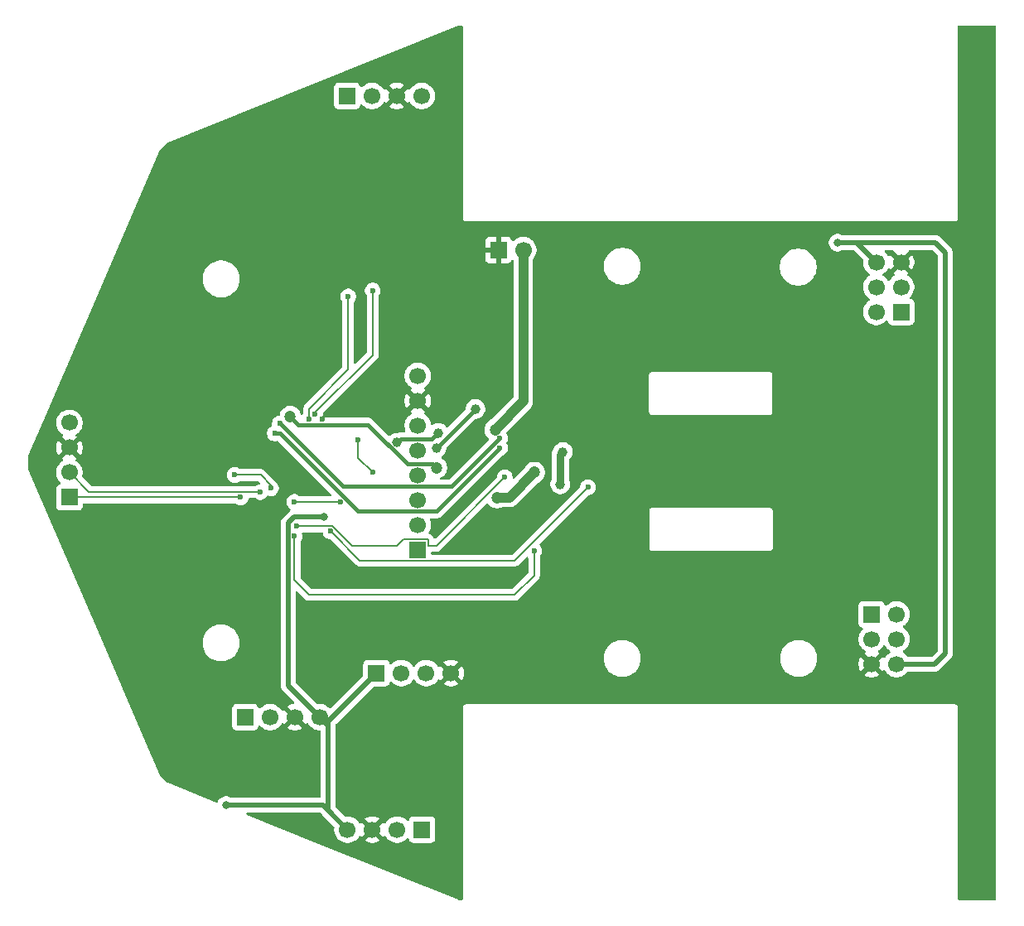
<source format=gbr>
%TF.GenerationSoftware,KiCad,Pcbnew,9.0.5*%
%TF.CreationDate,2025-12-24T21:09:35+07:00*%
%TF.ProjectId,katPCB_2Layers,6b617450-4342-45f3-924c-61796572732e,rev?*%
%TF.SameCoordinates,Original*%
%TF.FileFunction,Copper,L2,Bot*%
%TF.FilePolarity,Positive*%
%FSLAX46Y46*%
G04 Gerber Fmt 4.6, Leading zero omitted, Abs format (unit mm)*
G04 Created by KiCad (PCBNEW 9.0.5) date 2025-12-24 21:09:35*
%MOMM*%
%LPD*%
G01*
G04 APERTURE LIST*
%TA.AperFunction,ComponentPad*%
%ADD10R,1.700000X1.700000*%
%TD*%
%TA.AperFunction,ComponentPad*%
%ADD11C,1.700000*%
%TD*%
%TA.AperFunction,ViaPad*%
%ADD12C,1.200000*%
%TD*%
%TA.AperFunction,ViaPad*%
%ADD13C,0.600000*%
%TD*%
%TA.AperFunction,ViaPad*%
%ADD14C,0.800000*%
%TD*%
%TA.AperFunction,ViaPad*%
%ADD15C,1.000000*%
%TD*%
%TA.AperFunction,Conductor*%
%ADD16C,1.000000*%
%TD*%
%TA.AperFunction,Conductor*%
%ADD17C,0.500000*%
%TD*%
%TA.AperFunction,Conductor*%
%ADD18C,0.200000*%
%TD*%
%TA.AperFunction,Conductor*%
%ADD19C,0.400000*%
%TD*%
%TA.AperFunction,Conductor*%
%ADD20C,0.800000*%
%TD*%
G04 APERTURE END LIST*
D10*
%TO.P,J10,1,Pin_1*%
%TO.N,MTR_2 POW2*%
X178000000Y-59580000D03*
D11*
%TO.P,J10,2,Pin_2*%
%TO.N,MTR_2 POW1*%
X175460000Y-59580000D03*
%TO.P,J10,3,Pin_3*%
%TO.N,MTR_2 C1*%
X178000000Y-57040000D03*
%TO.P,J10,4,Pin_4*%
%TO.N,MTR_2 C2*%
X175460000Y-57040000D03*
%TO.P,J10,5,Pin_5*%
%TO.N,POW_GND*%
X178000000Y-54500000D03*
%TO.P,J10,6,Pin_6*%
%TO.N,+3.3V*%
X175460000Y-54500000D03*
%TD*%
D10*
%TO.P,J2,1,Pin_1*%
%TO.N,SDA_1*%
X93000000Y-78540000D03*
D11*
%TO.P,J2,2,Pin_2*%
%TO.N,SCL_1*%
X93000000Y-76000000D03*
%TO.P,J2,3,Pin_3*%
%TO.N,POW_GND*%
X93000000Y-73460000D03*
%TO.P,J2,4,Pin_4*%
%TO.N,+3.3V*%
X93000000Y-70920000D03*
%TD*%
D10*
%TO.P,J1,1,Pin_1*%
%TO.N,+3.3V*%
X124380000Y-96500000D03*
D11*
%TO.P,J1,2,Pin_2*%
%TO.N,SYS_JTMS-SWDIO*%
X126920000Y-96500000D03*
%TO.P,J1,3,Pin_3*%
%TO.N,SYS_JTCK-SWCLK*%
X129460000Y-96500000D03*
%TO.P,J1,4,Pin_4*%
%TO.N,POW_GND*%
X132000000Y-96500000D03*
%TD*%
D10*
%TO.P,J7,1,Pin_1*%
%TO.N,SDA_3*%
X110960000Y-101000000D03*
D11*
%TO.P,J7,2,Pin_2*%
%TO.N,SCL_3*%
X113500000Y-101000000D03*
%TO.P,J7,3,Pin_3*%
%TO.N,POW_GND*%
X116040000Y-101000000D03*
%TO.P,J7,4,Pin_4*%
%TO.N,+3.3V*%
X118580000Y-101000000D03*
%TD*%
D10*
%TO.P,J9,1,Pin_1*%
%TO.N,MTR_1 POW1*%
X174990000Y-90500000D03*
D11*
%TO.P,J9,2,Pin_2*%
%TO.N,MTR_1 POW2*%
X177530000Y-90500000D03*
%TO.P,J9,3,Pin_3*%
%TO.N,MTR_1 C1*%
X174990000Y-93040000D03*
%TO.P,J9,4,Pin_4*%
%TO.N,MTR_1 C2*%
X177530000Y-93040000D03*
%TO.P,J9,5,Pin_5*%
%TO.N,POW_GND*%
X174990000Y-95580000D03*
%TO.P,J9,6,Pin_6*%
%TO.N,+3.3V*%
X177530000Y-95580000D03*
%TD*%
D10*
%TO.P,J5,1,Pin_1*%
%TO.N,unconnected-(J5-Pin_1-Pad1)*%
X128596377Y-83903618D03*
D11*
%TO.P,J5,2,Pin_2*%
%TO.N,unconnected-(J5-Pin_2-Pad2)*%
X128596377Y-81363618D03*
%TO.P,J5,3,Pin_3*%
%TO.N,unconnected-(J5-Pin_3-Pad3)*%
X128596377Y-78823618D03*
%TO.P,J5,4,Pin_4*%
%TO.N,unconnected-(J5-Pin_4-Pad4)*%
X128596377Y-76283618D03*
%TO.P,J5,5,Pin_5*%
%TO.N,SDA_1*%
X128596377Y-73743618D03*
%TO.P,J5,6,Pin_6*%
%TO.N,SCL_1*%
X128596377Y-71203618D03*
%TO.P,J5,7,Pin_7*%
%TO.N,POW_GND*%
X128596377Y-68663618D03*
%TO.P,J5,8,Pin_8*%
%TO.N,+3.3V*%
X128596377Y-66123618D03*
%TD*%
D10*
%TO.P,J6,1,Pin_1*%
%TO.N,POW_GND*%
X136847500Y-53247500D03*
D11*
%TO.P,J6,2,Pin_2*%
%TO.N,POW_IN*%
X139387500Y-53247500D03*
%TD*%
D10*
%TO.P,J3,1,Pin_1*%
%TO.N,SDA_2*%
X121380000Y-37500000D03*
D11*
%TO.P,J3,2,Pin_2*%
%TO.N,SCL_2*%
X123920000Y-37500000D03*
%TO.P,J3,3,Pin_3*%
%TO.N,POW_GND*%
X126460000Y-37500000D03*
%TO.P,J3,4,Pin_4*%
%TO.N,+3.3V*%
X129000000Y-37500000D03*
%TD*%
D10*
%TO.P,J4,1,Pin_1*%
%TO.N,SDA_3*%
X129040000Y-112500000D03*
D11*
%TO.P,J4,2,Pin_2*%
%TO.N,SCL_3*%
X126500000Y-112500000D03*
%TO.P,J4,3,Pin_3*%
%TO.N,POW_GND*%
X123960000Y-112500000D03*
%TO.P,J4,4,Pin_4*%
%TO.N,+3.3V*%
X121420000Y-112500000D03*
%TD*%
D12*
%TO.N,POW_GND*%
X134500000Y-83000000D03*
X103000000Y-82000000D03*
X141500000Y-73000000D03*
X118050000Y-83300000D03*
X114500000Y-61500000D03*
X122000000Y-90000000D03*
X125000000Y-90000000D03*
X125500000Y-60648000D03*
X125000000Y-87000000D03*
X106500000Y-85000000D03*
X118000000Y-55000000D03*
X107500000Y-62500000D03*
D13*
X118875917Y-70500000D03*
D12*
X112968330Y-67323772D03*
X107000000Y-73000000D03*
X144000000Y-84000000D03*
%TO.N,POW_IN*%
X136500000Y-71600000D03*
D14*
%TO.N,+3.3V*%
X171500000Y-52500000D03*
X109000000Y-110000000D03*
X119000000Y-80500000D03*
D13*
%TO.N,DEB_LED*%
X120675000Y-79000000D03*
X116000000Y-79000000D03*
D12*
%TO.N,BAT_VOL*%
X115574809Y-70293821D03*
X130500000Y-75500000D03*
D13*
%TO.N,BIN2_DRV*%
X114000000Y-72000000D03*
X137000000Y-73500000D03*
%TO.N,EN_DRV*%
X109896446Y-76250000D03*
X113603554Y-77603554D03*
X146000000Y-77500000D03*
X119675000Y-82000000D03*
%TO.N,BIN1_DRV*%
X114500000Y-71000000D03*
X137000000Y-72500000D03*
%TO.N,AIN2_DRV*%
X137500000Y-76500000D03*
X116250000Y-81500000D03*
%TO.N,AIN1_DRV*%
X116000000Y-82500000D03*
X140500000Y-84000000D03*
%TO.N,SCL_2*%
X118111158Y-69995996D03*
X124000000Y-57399000D03*
%TO.N,Net-(U1-BOOT0)*%
X124000000Y-76000000D03*
X122500000Y-72650000D03*
%TO.N,SCL_1*%
X112500000Y-78000000D03*
%TO.N,SDA_1*%
X110500000Y-78540000D03*
%TO.N,SDA_2*%
X121500000Y-58000000D03*
X117500000Y-70500000D03*
D15*
%TO.N,MTR_2 C2*%
X130700000Y-71946381D03*
X126500000Y-72950000D03*
%TO.N,MTR_2 C1*%
X130500000Y-73500000D03*
X134500000Y-69500000D03*
D12*
%TO.N,Net-(U4-VINT)*%
X136700000Y-78543672D03*
X140500000Y-76000000D03*
D15*
%TO.N,Net-(U4-BISEN)*%
X143427626Y-73900000D03*
X143162502Y-77214212D03*
%TD*%
D16*
%TO.N,POW_IN*%
X139387500Y-68712500D02*
X136500000Y-71600000D01*
X139387500Y-53247500D02*
X139387500Y-68712500D01*
D17*
%TO.N,+3.3V*%
X119460000Y-101880000D02*
X118580000Y-101000000D01*
X181500000Y-52500000D02*
X182500000Y-53500000D01*
X180420000Y-95580000D02*
X177530000Y-95580000D01*
X172500000Y-52500000D02*
X181500000Y-52500000D01*
X119460000Y-110540000D02*
X119460000Y-102500000D01*
X119000000Y-80500000D02*
X116000000Y-80500000D01*
X182500000Y-94500712D02*
X181396047Y-95604665D01*
X172500000Y-52500000D02*
X173460000Y-52500000D01*
X116000000Y-80500000D02*
X115349000Y-81151000D01*
X173460000Y-52500000D02*
X175460000Y-54500000D01*
X115349000Y-97769000D02*
X118580000Y-101000000D01*
X119460000Y-102500000D02*
X119460000Y-101880000D01*
X109000000Y-110000000D02*
X118920000Y-110000000D01*
X180444665Y-95604665D02*
X180420000Y-95580000D01*
X182500000Y-53500000D02*
X182500000Y-94500712D01*
X119460000Y-101420000D02*
X124380000Y-96500000D01*
X119460000Y-102500000D02*
X119460000Y-101420000D01*
X171500000Y-52500000D02*
X172500000Y-52500000D01*
X119460000Y-110540000D02*
X121420000Y-112500000D01*
X181396047Y-95604665D02*
X180444665Y-95604665D01*
X118920000Y-110000000D02*
X119460000Y-110540000D01*
X115349000Y-81151000D02*
X115349000Y-97769000D01*
D18*
%TO.N,DEB_LED*%
X120675000Y-79000000D02*
X116000000Y-79000000D01*
D19*
%TO.N,BAT_VOL*%
X115574809Y-70293821D02*
X116381988Y-71101000D01*
X116381988Y-71101000D02*
X123518214Y-71101000D01*
X130132618Y-75132618D02*
X130500000Y-75500000D01*
X127549832Y-75132618D02*
X130132618Y-75132618D01*
X123518214Y-71101000D02*
X127549832Y-75132618D01*
%TO.N,BIN2_DRV*%
X122499561Y-79974618D02*
X130525382Y-79974618D01*
X130525382Y-79974618D02*
X137000000Y-73500000D01*
X114000000Y-72000000D02*
X114524943Y-72000000D01*
X114524943Y-72000000D02*
X122499561Y-79974618D01*
D18*
%TO.N,EN_DRV*%
X146000000Y-77500000D02*
X138500000Y-85000000D01*
X109896446Y-76250000D02*
X112542892Y-76250000D01*
X113603554Y-77310662D02*
X113603554Y-77603554D01*
X122675000Y-85000000D02*
X119675000Y-82000000D01*
X112542892Y-76250000D02*
X113603554Y-77310662D01*
X138500000Y-85000000D02*
X122675000Y-85000000D01*
D19*
%TO.N,BIN1_DRV*%
X132065382Y-77434618D02*
X137000000Y-72500000D01*
X114500000Y-71000000D02*
X120934618Y-77434618D01*
X120934618Y-77434618D02*
X132065382Y-77434618D01*
D18*
%TO.N,AIN2_DRV*%
X116250000Y-81500000D02*
X119883521Y-81500000D01*
X126500000Y-83500000D02*
X127147382Y-82852618D01*
X129647377Y-83500000D02*
X130500000Y-83500000D01*
X121883521Y-83500000D02*
X126500000Y-83500000D01*
X129647377Y-82852618D02*
X129647377Y-83500000D01*
X130500000Y-83500000D02*
X137500000Y-76500000D01*
X119883521Y-81500000D02*
X121883521Y-83500000D01*
X127147382Y-82852618D02*
X129647377Y-82852618D01*
%TO.N,AIN1_DRV*%
X138500000Y-88500000D02*
X117500000Y-88500000D01*
X117500000Y-88500000D02*
X116000000Y-87000000D01*
X140500000Y-86500000D02*
X138500000Y-88500000D01*
X140500000Y-84000000D02*
X140500000Y-86500000D01*
X116000000Y-87000000D02*
X116000000Y-82500000D01*
%TO.N,SCL_2*%
X124000000Y-64000000D02*
X124000000Y-57399000D01*
X118111158Y-69995996D02*
X118111158Y-69888842D01*
X118111158Y-69888842D02*
X124000000Y-64000000D01*
%TO.N,Net-(U1-BOOT0)*%
X122500000Y-72650000D02*
X122500000Y-74500000D01*
X122500000Y-74500000D02*
X124000000Y-76000000D01*
%TO.N,SCL_1*%
X95000000Y-78000000D02*
X93000000Y-76000000D01*
X112500000Y-78000000D02*
X95000000Y-78000000D01*
%TO.N,SDA_1*%
X110500000Y-78540000D02*
X93000000Y-78540000D01*
%TO.N,SDA_2*%
X117500000Y-70500000D02*
X117500000Y-69500000D01*
X117500000Y-69500000D02*
X121500000Y-65500000D01*
X121500000Y-65500000D02*
X121500000Y-58000000D01*
D19*
%TO.N,MTR_2 C2*%
X126500000Y-72950000D02*
X126857382Y-72592618D01*
X130053763Y-72592618D02*
X130700000Y-71946381D01*
X126857382Y-72592618D02*
X130053763Y-72592618D01*
%TO.N,MTR_2 C1*%
X130500000Y-73500000D02*
X134500000Y-69500000D01*
D16*
%TO.N,Net-(U4-VINT)*%
X136700000Y-78543672D02*
X137956328Y-78543672D01*
X137956328Y-78543672D02*
X140500000Y-76000000D01*
D20*
%TO.N,Net-(U4-BISEN)*%
X143162502Y-77214212D02*
X143162502Y-74165124D01*
X143162502Y-74165124D02*
X143427626Y-73900000D01*
%TD*%
%TA.AperFunction,Conductor*%
%TO.N,POW_GND*%
G36*
X176331444Y-93693999D02*
G01*
X176370484Y-93739054D01*
X176372950Y-93743892D01*
X176374951Y-93747820D01*
X176499890Y-93919786D01*
X176650213Y-94070109D01*
X176822182Y-94195050D01*
X176830946Y-94199516D01*
X176881742Y-94247491D01*
X176898536Y-94315312D01*
X176875998Y-94381447D01*
X176830946Y-94420484D01*
X176822182Y-94424949D01*
X176650213Y-94549890D01*
X176499890Y-94700213D01*
X176374949Y-94872182D01*
X176370202Y-94881499D01*
X176322227Y-94932293D01*
X176254405Y-94949087D01*
X176188271Y-94926548D01*
X176149234Y-94881495D01*
X176144626Y-94872452D01*
X176105270Y-94818282D01*
X176105269Y-94818282D01*
X175472962Y-95450590D01*
X175455925Y-95387007D01*
X175390099Y-95272993D01*
X175297007Y-95179901D01*
X175182993Y-95114075D01*
X175119409Y-95097037D01*
X175751716Y-94464728D01*
X175697547Y-94425373D01*
X175697547Y-94425372D01*
X175688500Y-94420763D01*
X175637706Y-94372788D01*
X175620912Y-94304966D01*
X175643451Y-94238832D01*
X175688508Y-94199793D01*
X175697816Y-94195051D01*
X175777007Y-94137515D01*
X175869786Y-94070109D01*
X175869788Y-94070106D01*
X175869792Y-94070104D01*
X176020104Y-93919792D01*
X176020106Y-93919788D01*
X176020109Y-93919786D01*
X176145048Y-93747820D01*
X176145047Y-93747820D01*
X176145051Y-93747816D01*
X176149514Y-93739054D01*
X176197488Y-93688259D01*
X176265308Y-93671463D01*
X176331444Y-93693999D01*
G37*
%TD.AperFunction*%
%TA.AperFunction,Conductor*%
G36*
X177534075Y-54692993D02*
G01*
X177599901Y-54807007D01*
X177692993Y-54900099D01*
X177807007Y-54965925D01*
X177870590Y-54982962D01*
X177238282Y-55615269D01*
X177238282Y-55615270D01*
X177292452Y-55654626D01*
X177292451Y-55654626D01*
X177301495Y-55659234D01*
X177352292Y-55707208D01*
X177369087Y-55775029D01*
X177346550Y-55841164D01*
X177301499Y-55880202D01*
X177292182Y-55884949D01*
X177120213Y-56009890D01*
X176969890Y-56160213D01*
X176844949Y-56332182D01*
X176840484Y-56340946D01*
X176792509Y-56391742D01*
X176724688Y-56408536D01*
X176658553Y-56385998D01*
X176619516Y-56340946D01*
X176615050Y-56332182D01*
X176490109Y-56160213D01*
X176339786Y-56009890D01*
X176167820Y-55884951D01*
X176167115Y-55884591D01*
X176159054Y-55880485D01*
X176108259Y-55832512D01*
X176091463Y-55764692D01*
X176113999Y-55698556D01*
X176159054Y-55659515D01*
X176167816Y-55655051D01*
X176251052Y-55594577D01*
X176339786Y-55530109D01*
X176339788Y-55530106D01*
X176339792Y-55530104D01*
X176490104Y-55379792D01*
X176490106Y-55379788D01*
X176490109Y-55379786D01*
X176575890Y-55261717D01*
X176615051Y-55207816D01*
X176619793Y-55198508D01*
X176667763Y-55147711D01*
X176735583Y-55130911D01*
X176801719Y-55153445D01*
X176840763Y-55198500D01*
X176845373Y-55207547D01*
X176884728Y-55261716D01*
X177517037Y-54629408D01*
X177534075Y-54692993D01*
G37*
%TD.AperFunction*%
%TA.AperFunction,Conductor*%
G36*
X177181743Y-53270185D02*
G01*
X177227498Y-53322989D01*
X177238322Y-53384230D01*
X177238282Y-53384728D01*
X177870591Y-54017037D01*
X177807007Y-54034075D01*
X177692993Y-54099901D01*
X177599901Y-54192993D01*
X177534075Y-54307007D01*
X177517037Y-54370591D01*
X176884728Y-53738282D01*
X176884727Y-53738282D01*
X176845380Y-53792440D01*
X176845376Y-53792446D01*
X176840760Y-53801505D01*
X176792781Y-53852297D01*
X176724959Y-53869087D01*
X176658826Y-53846543D01*
X176619794Y-53801493D01*
X176615051Y-53792184D01*
X176615049Y-53792181D01*
X176615048Y-53792179D01*
X176490109Y-53620213D01*
X176339789Y-53469893D01*
X176338493Y-53468786D01*
X176338137Y-53468241D01*
X176336347Y-53466451D01*
X176336723Y-53466074D01*
X176300302Y-53410277D01*
X176299807Y-53340409D01*
X176337164Y-53281365D01*
X176400512Y-53251890D01*
X176419029Y-53250500D01*
X177114704Y-53250500D01*
X177181743Y-53270185D01*
G37*
%TD.AperFunction*%
%TA.AperFunction,Conductor*%
G36*
X187642539Y-30320185D02*
G01*
X187688294Y-30372989D01*
X187699500Y-30424500D01*
X187699500Y-119575500D01*
X187679815Y-119642539D01*
X187627011Y-119688294D01*
X187575500Y-119699500D01*
X183924500Y-119699500D01*
X183857461Y-119679815D01*
X183811706Y-119627011D01*
X183800500Y-119575500D01*
X183800500Y-99960439D01*
X183800500Y-99960438D01*
X183780021Y-99884011D01*
X183780017Y-99884004D01*
X183740464Y-99815495D01*
X183740458Y-99815487D01*
X183684512Y-99759541D01*
X183684504Y-99759535D01*
X183615995Y-99719982D01*
X183615990Y-99719979D01*
X183590513Y-99713152D01*
X183539562Y-99699500D01*
X133539562Y-99699500D01*
X133460438Y-99699500D01*
X133422224Y-99709739D01*
X133384009Y-99719979D01*
X133384004Y-99719982D01*
X133315495Y-99759535D01*
X133315487Y-99759541D01*
X133259541Y-99815487D01*
X133259535Y-99815495D01*
X133219982Y-99884004D01*
X133219979Y-99884009D01*
X133199500Y-99960439D01*
X133199500Y-119569195D01*
X133179815Y-119636234D01*
X133127011Y-119681989D01*
X133073663Y-119693181D01*
X132749430Y-119688376D01*
X132704895Y-119679393D01*
X118249240Y-113850500D01*
X111153966Y-110989502D01*
X111099153Y-110946176D01*
X111076465Y-110880092D01*
X111093106Y-110812233D01*
X111143793Y-110764144D01*
X111200339Y-110750500D01*
X118557770Y-110750500D01*
X118624809Y-110770185D01*
X118645451Y-110786819D01*
X118872707Y-111014074D01*
X118872728Y-111014097D01*
X120049824Y-112191191D01*
X120083309Y-112252514D01*
X120084616Y-112298270D01*
X120069500Y-112393707D01*
X120069500Y-112606286D01*
X120102753Y-112816239D01*
X120168444Y-113018414D01*
X120264951Y-113207820D01*
X120389890Y-113379786D01*
X120540213Y-113530109D01*
X120712179Y-113655048D01*
X120712181Y-113655049D01*
X120712184Y-113655051D01*
X120901588Y-113751557D01*
X121103757Y-113817246D01*
X121313713Y-113850500D01*
X121313714Y-113850500D01*
X121526286Y-113850500D01*
X121526287Y-113850500D01*
X121736243Y-113817246D01*
X121938412Y-113751557D01*
X122127816Y-113655051D01*
X122214138Y-113592335D01*
X122299786Y-113530109D01*
X122299788Y-113530106D01*
X122299792Y-113530104D01*
X122450104Y-113379792D01*
X122450106Y-113379788D01*
X122450109Y-113379786D01*
X122535890Y-113261717D01*
X122575051Y-113207816D01*
X122579793Y-113198508D01*
X122627763Y-113147711D01*
X122695583Y-113130911D01*
X122761719Y-113153445D01*
X122800763Y-113198500D01*
X122805373Y-113207547D01*
X122844728Y-113261716D01*
X123477037Y-112629408D01*
X123494075Y-112692993D01*
X123559901Y-112807007D01*
X123652993Y-112900099D01*
X123767007Y-112965925D01*
X123830590Y-112982962D01*
X123198282Y-113615269D01*
X123198282Y-113615270D01*
X123252449Y-113654624D01*
X123441782Y-113751095D01*
X123643870Y-113816757D01*
X123853754Y-113850000D01*
X124066246Y-113850000D01*
X124276127Y-113816757D01*
X124276130Y-113816757D01*
X124478217Y-113751095D01*
X124667554Y-113654622D01*
X124721716Y-113615270D01*
X124721717Y-113615270D01*
X124089408Y-112982962D01*
X124152993Y-112965925D01*
X124267007Y-112900099D01*
X124360099Y-112807007D01*
X124425925Y-112692993D01*
X124442962Y-112629408D01*
X125075270Y-113261717D01*
X125075270Y-113261716D01*
X125114622Y-113207555D01*
X125119232Y-113198507D01*
X125167205Y-113147709D01*
X125235025Y-113130912D01*
X125301161Y-113153447D01*
X125340204Y-113198504D01*
X125344949Y-113207817D01*
X125469890Y-113379786D01*
X125620213Y-113530109D01*
X125792179Y-113655048D01*
X125792181Y-113655049D01*
X125792184Y-113655051D01*
X125981588Y-113751557D01*
X126183757Y-113817246D01*
X126393713Y-113850500D01*
X126393714Y-113850500D01*
X126606286Y-113850500D01*
X126606287Y-113850500D01*
X126816243Y-113817246D01*
X127018412Y-113751557D01*
X127207816Y-113655051D01*
X127379792Y-113530104D01*
X127493329Y-113416566D01*
X127554648Y-113383084D01*
X127624340Y-113388068D01*
X127680274Y-113429939D01*
X127697189Y-113460917D01*
X127746202Y-113592328D01*
X127746206Y-113592335D01*
X127832452Y-113707544D01*
X127832455Y-113707547D01*
X127947664Y-113793793D01*
X127947671Y-113793797D01*
X128082517Y-113844091D01*
X128082516Y-113844091D01*
X128089444Y-113844835D01*
X128142127Y-113850500D01*
X129937872Y-113850499D01*
X129997483Y-113844091D01*
X130132331Y-113793796D01*
X130247546Y-113707546D01*
X130333796Y-113592331D01*
X130384091Y-113457483D01*
X130390500Y-113397873D01*
X130390499Y-111602128D01*
X130384091Y-111542517D01*
X130382810Y-111539083D01*
X130333797Y-111407671D01*
X130333793Y-111407664D01*
X130247547Y-111292455D01*
X130247544Y-111292452D01*
X130132335Y-111206206D01*
X130132328Y-111206202D01*
X129997482Y-111155908D01*
X129997483Y-111155908D01*
X129937883Y-111149501D01*
X129937881Y-111149500D01*
X129937873Y-111149500D01*
X129937864Y-111149500D01*
X128142129Y-111149500D01*
X128142123Y-111149501D01*
X128082516Y-111155908D01*
X127947671Y-111206202D01*
X127947664Y-111206206D01*
X127832455Y-111292452D01*
X127832452Y-111292455D01*
X127746206Y-111407664D01*
X127746203Y-111407669D01*
X127697189Y-111539083D01*
X127655317Y-111595016D01*
X127589853Y-111619433D01*
X127521580Y-111604581D01*
X127493326Y-111583430D01*
X127379786Y-111469890D01*
X127207820Y-111344951D01*
X127018414Y-111248444D01*
X127018413Y-111248443D01*
X127018412Y-111248443D01*
X126816243Y-111182754D01*
X126816241Y-111182753D01*
X126816240Y-111182753D01*
X126654957Y-111157208D01*
X126606287Y-111149500D01*
X126393713Y-111149500D01*
X126345042Y-111157208D01*
X126183760Y-111182753D01*
X125981585Y-111248444D01*
X125792179Y-111344951D01*
X125620213Y-111469890D01*
X125469890Y-111620213D01*
X125344949Y-111792182D01*
X125340202Y-111801499D01*
X125292227Y-111852293D01*
X125224405Y-111869087D01*
X125158271Y-111846548D01*
X125119234Y-111801495D01*
X125114626Y-111792452D01*
X125075270Y-111738282D01*
X125075269Y-111738282D01*
X124442962Y-112370590D01*
X124425925Y-112307007D01*
X124360099Y-112192993D01*
X124267007Y-112099901D01*
X124152993Y-112034075D01*
X124089409Y-112017037D01*
X124721716Y-111384728D01*
X124667550Y-111345375D01*
X124478217Y-111248904D01*
X124276129Y-111183242D01*
X124066246Y-111150000D01*
X123853754Y-111150000D01*
X123643872Y-111183242D01*
X123643869Y-111183242D01*
X123441782Y-111248904D01*
X123252439Y-111345380D01*
X123198282Y-111384727D01*
X123198282Y-111384728D01*
X123830591Y-112017037D01*
X123767007Y-112034075D01*
X123652993Y-112099901D01*
X123559901Y-112192993D01*
X123494075Y-112307007D01*
X123477037Y-112370591D01*
X122844728Y-111738282D01*
X122844727Y-111738282D01*
X122805380Y-111792440D01*
X122805376Y-111792446D01*
X122800760Y-111801505D01*
X122752781Y-111852297D01*
X122684959Y-111869087D01*
X122618826Y-111846543D01*
X122579794Y-111801493D01*
X122575051Y-111792184D01*
X122575049Y-111792181D01*
X122575048Y-111792179D01*
X122450109Y-111620213D01*
X122299786Y-111469890D01*
X122127820Y-111344951D01*
X121938414Y-111248444D01*
X121938413Y-111248443D01*
X121938412Y-111248443D01*
X121736243Y-111182754D01*
X121736241Y-111182753D01*
X121736240Y-111182753D01*
X121574957Y-111157208D01*
X121526287Y-111149500D01*
X121313713Y-111149500D01*
X121313708Y-111149500D01*
X121218270Y-111164616D01*
X121148977Y-111155662D01*
X121111191Y-111129824D01*
X120680831Y-110699464D01*
X120246819Y-110265451D01*
X120213334Y-110204128D01*
X120210500Y-110177770D01*
X120210500Y-101782229D01*
X120230185Y-101715190D01*
X120246814Y-101694553D01*
X124054549Y-97886817D01*
X124115872Y-97853333D01*
X124142230Y-97850499D01*
X125277871Y-97850499D01*
X125277872Y-97850499D01*
X125337483Y-97844091D01*
X125472331Y-97793796D01*
X125587546Y-97707546D01*
X125673796Y-97592331D01*
X125722810Y-97460916D01*
X125764681Y-97404984D01*
X125830145Y-97380566D01*
X125898418Y-97395417D01*
X125926673Y-97416569D01*
X126040213Y-97530109D01*
X126212179Y-97655048D01*
X126212181Y-97655049D01*
X126212184Y-97655051D01*
X126401588Y-97751557D01*
X126603757Y-97817246D01*
X126813713Y-97850500D01*
X126813714Y-97850500D01*
X127026286Y-97850500D01*
X127026287Y-97850500D01*
X127236243Y-97817246D01*
X127438412Y-97751557D01*
X127627816Y-97655051D01*
X127714138Y-97592335D01*
X127799786Y-97530109D01*
X127799788Y-97530106D01*
X127799792Y-97530104D01*
X127950104Y-97379792D01*
X127950106Y-97379788D01*
X127950109Y-97379786D01*
X128075048Y-97207820D01*
X128075047Y-97207820D01*
X128075051Y-97207816D01*
X128079514Y-97199054D01*
X128127488Y-97148259D01*
X128195308Y-97131463D01*
X128261444Y-97153999D01*
X128300486Y-97199056D01*
X128304951Y-97207820D01*
X128429890Y-97379786D01*
X128580213Y-97530109D01*
X128752179Y-97655048D01*
X128752181Y-97655049D01*
X128752184Y-97655051D01*
X128941588Y-97751557D01*
X129143757Y-97817246D01*
X129353713Y-97850500D01*
X129353714Y-97850500D01*
X129566286Y-97850500D01*
X129566287Y-97850500D01*
X129776243Y-97817246D01*
X129978412Y-97751557D01*
X130167816Y-97655051D01*
X130254138Y-97592335D01*
X130339786Y-97530109D01*
X130339788Y-97530106D01*
X130339792Y-97530104D01*
X130490104Y-97379792D01*
X130490106Y-97379788D01*
X130490109Y-97379786D01*
X130575890Y-97261717D01*
X130615051Y-97207816D01*
X130619793Y-97198508D01*
X130667763Y-97147711D01*
X130735583Y-97130911D01*
X130801719Y-97153445D01*
X130840763Y-97198500D01*
X130845373Y-97207547D01*
X130884728Y-97261716D01*
X131517037Y-96629408D01*
X131534075Y-96692993D01*
X131599901Y-96807007D01*
X131692993Y-96900099D01*
X131807007Y-96965925D01*
X131870590Y-96982962D01*
X131238282Y-97615269D01*
X131238282Y-97615270D01*
X131292449Y-97654624D01*
X131481782Y-97751095D01*
X131683870Y-97816757D01*
X131893754Y-97850000D01*
X132106246Y-97850000D01*
X132316127Y-97816757D01*
X132316130Y-97816757D01*
X132518217Y-97751095D01*
X132707554Y-97654622D01*
X132761716Y-97615270D01*
X132761717Y-97615270D01*
X132129408Y-96982962D01*
X132192993Y-96965925D01*
X132307007Y-96900099D01*
X132400099Y-96807007D01*
X132465925Y-96692993D01*
X132482962Y-96629408D01*
X133115270Y-97261717D01*
X133115270Y-97261716D01*
X133154622Y-97207554D01*
X133251095Y-97018217D01*
X133316757Y-96816130D01*
X133316757Y-96816127D01*
X133350000Y-96606246D01*
X133350000Y-96393753D01*
X133316757Y-96183872D01*
X133316757Y-96183869D01*
X133251095Y-95981782D01*
X133154624Y-95792449D01*
X133115270Y-95738282D01*
X133115269Y-95738282D01*
X132482962Y-96370590D01*
X132465925Y-96307007D01*
X132400099Y-96192993D01*
X132307007Y-96099901D01*
X132192993Y-96034075D01*
X132129409Y-96017037D01*
X132761716Y-95384728D01*
X132707550Y-95345375D01*
X132518217Y-95248904D01*
X132316129Y-95183242D01*
X132106246Y-95150000D01*
X131893754Y-95150000D01*
X131683872Y-95183242D01*
X131683869Y-95183242D01*
X131481782Y-95248904D01*
X131292439Y-95345380D01*
X131238282Y-95384727D01*
X131238282Y-95384728D01*
X131870591Y-96017037D01*
X131807007Y-96034075D01*
X131692993Y-96099901D01*
X131599901Y-96192993D01*
X131534075Y-96307007D01*
X131517037Y-96370591D01*
X130884728Y-95738282D01*
X130884727Y-95738282D01*
X130845380Y-95792440D01*
X130845376Y-95792446D01*
X130840760Y-95801505D01*
X130792781Y-95852297D01*
X130724959Y-95869087D01*
X130658826Y-95846543D01*
X130619794Y-95801493D01*
X130615051Y-95792184D01*
X130615049Y-95792181D01*
X130615048Y-95792179D01*
X130490109Y-95620213D01*
X130339786Y-95469890D01*
X130167820Y-95344951D01*
X129978414Y-95248444D01*
X129978413Y-95248443D01*
X129978412Y-95248443D01*
X129776243Y-95182754D01*
X129776241Y-95182753D01*
X129776240Y-95182753D01*
X129614957Y-95157208D01*
X129566287Y-95149500D01*
X129353713Y-95149500D01*
X129305042Y-95157208D01*
X129143760Y-95182753D01*
X129042672Y-95215598D01*
X129009288Y-95226446D01*
X128941585Y-95248444D01*
X128752179Y-95344951D01*
X128580213Y-95469890D01*
X128429890Y-95620213D01*
X128304949Y-95792182D01*
X128300484Y-95800946D01*
X128252509Y-95851742D01*
X128184688Y-95868536D01*
X128118553Y-95845998D01*
X128079516Y-95800946D01*
X128075050Y-95792182D01*
X127950109Y-95620213D01*
X127799786Y-95469890D01*
X127627820Y-95344951D01*
X127438414Y-95248444D01*
X127438413Y-95248443D01*
X127438412Y-95248443D01*
X127236243Y-95182754D01*
X127236241Y-95182753D01*
X127236240Y-95182753D01*
X127074957Y-95157208D01*
X127026287Y-95149500D01*
X126813713Y-95149500D01*
X126765042Y-95157208D01*
X126603760Y-95182753D01*
X126502672Y-95215598D01*
X126469288Y-95226446D01*
X126401585Y-95248444D01*
X126212179Y-95344951D01*
X126040215Y-95469889D01*
X125926673Y-95583431D01*
X125865350Y-95616915D01*
X125795658Y-95611931D01*
X125739725Y-95570059D01*
X125722810Y-95539082D01*
X125673797Y-95407671D01*
X125673793Y-95407664D01*
X125587547Y-95292455D01*
X125587544Y-95292452D01*
X125472335Y-95206206D01*
X125472328Y-95206202D01*
X125337482Y-95155908D01*
X125337483Y-95155908D01*
X125277883Y-95149501D01*
X125277881Y-95149500D01*
X125277873Y-95149500D01*
X125277864Y-95149500D01*
X123482129Y-95149500D01*
X123482123Y-95149501D01*
X123422516Y-95155908D01*
X123287671Y-95206202D01*
X123287664Y-95206206D01*
X123172455Y-95292452D01*
X123172452Y-95292455D01*
X123086206Y-95407664D01*
X123086202Y-95407671D01*
X123035908Y-95542517D01*
X123029501Y-95602116D01*
X123029500Y-95602135D01*
X123029500Y-96737769D01*
X123009815Y-96804808D01*
X122993181Y-96825450D01*
X119741944Y-100076686D01*
X119680621Y-100110171D01*
X119610929Y-100105187D01*
X119566582Y-100076686D01*
X119459786Y-99969890D01*
X119287820Y-99844951D01*
X119098414Y-99748444D01*
X119098413Y-99748443D01*
X119098412Y-99748443D01*
X118896243Y-99682754D01*
X118896241Y-99682753D01*
X118896240Y-99682753D01*
X118727042Y-99655955D01*
X118686287Y-99649500D01*
X118473713Y-99649500D01*
X118473708Y-99649500D01*
X118378271Y-99664616D01*
X118308978Y-99655662D01*
X118271192Y-99629824D01*
X116135819Y-97494451D01*
X116102334Y-97433128D01*
X116099500Y-97406770D01*
X116099500Y-94867351D01*
X147612803Y-94867351D01*
X147612803Y-95114758D01*
X147612804Y-95114774D01*
X147645096Y-95360059D01*
X147645097Y-95360064D01*
X147645098Y-95360070D01*
X147674524Y-95469889D01*
X147709134Y-95599058D01*
X147803814Y-95827638D01*
X147803822Y-95827654D01*
X147927528Y-96041918D01*
X148078147Y-96238210D01*
X148078153Y-96238217D01*
X148253096Y-96413160D01*
X148253103Y-96413166D01*
X148449395Y-96563785D01*
X148663659Y-96687491D01*
X148663675Y-96687499D01*
X148777441Y-96734622D01*
X148892254Y-96782179D01*
X149131244Y-96846216D01*
X149376549Y-96878511D01*
X149376556Y-96878511D01*
X149623962Y-96878511D01*
X149623969Y-96878511D01*
X149869274Y-96846216D01*
X150108264Y-96782179D01*
X150323578Y-96692993D01*
X150336842Y-96687499D01*
X150336845Y-96687497D01*
X150336851Y-96687495D01*
X150551123Y-96563785D01*
X150747416Y-96413165D01*
X150922369Y-96238212D01*
X151072989Y-96041919D01*
X151194733Y-95831052D01*
X151196695Y-95827654D01*
X151196703Y-95827638D01*
X151263390Y-95666640D01*
X151291383Y-95599060D01*
X151355420Y-95360070D01*
X151387715Y-95114765D01*
X151387715Y-94870765D01*
X165633588Y-94870765D01*
X165633588Y-95118172D01*
X165633589Y-95118188D01*
X165665881Y-95363473D01*
X165665882Y-95363478D01*
X165665883Y-95363484D01*
X165685525Y-95436788D01*
X165729919Y-95602472D01*
X165824599Y-95831052D01*
X165824607Y-95831068D01*
X165948313Y-96045332D01*
X166098932Y-96241624D01*
X166098938Y-96241631D01*
X166273881Y-96416574D01*
X166273888Y-96416580D01*
X166470180Y-96567199D01*
X166684444Y-96690905D01*
X166684460Y-96690913D01*
X166791020Y-96735051D01*
X166913039Y-96785593D01*
X167152029Y-96849630D01*
X167397334Y-96881925D01*
X167397341Y-96881925D01*
X167644747Y-96881925D01*
X167644754Y-96881925D01*
X167890059Y-96849630D01*
X168129049Y-96785593D01*
X168347108Y-96695270D01*
X168357627Y-96690913D01*
X168357630Y-96690911D01*
X168357636Y-96690909D01*
X168571908Y-96567199D01*
X168768201Y-96416579D01*
X168943154Y-96241626D01*
X169093774Y-96045333D01*
X169217484Y-95831061D01*
X169233590Y-95792179D01*
X169277468Y-95686246D01*
X169312168Y-95602474D01*
X169376205Y-95363484D01*
X169408500Y-95118179D01*
X169408500Y-94870759D01*
X169376205Y-94625454D01*
X169312168Y-94386464D01*
X169255034Y-94248530D01*
X169217488Y-94157885D01*
X169217480Y-94157869D01*
X169093774Y-93943605D01*
X168943155Y-93747313D01*
X168943149Y-93747306D01*
X168768206Y-93572363D01*
X168768199Y-93572357D01*
X168571907Y-93421738D01*
X168357643Y-93298032D01*
X168357627Y-93298024D01*
X168129047Y-93203344D01*
X168009554Y-93171326D01*
X167890059Y-93139308D01*
X167890053Y-93139307D01*
X167890048Y-93139306D01*
X167644763Y-93107014D01*
X167644760Y-93107013D01*
X167644754Y-93107013D01*
X167397334Y-93107013D01*
X167397328Y-93107013D01*
X167397324Y-93107014D01*
X167152039Y-93139306D01*
X167152032Y-93139307D01*
X167152029Y-93139308D01*
X167125987Y-93146286D01*
X166913040Y-93203344D01*
X166684460Y-93298024D01*
X166684444Y-93298032D01*
X166470180Y-93421738D01*
X166273888Y-93572357D01*
X166273881Y-93572363D01*
X166098938Y-93747306D01*
X166098932Y-93747313D01*
X165948313Y-93943605D01*
X165824607Y-94157869D01*
X165824599Y-94157885D01*
X165729919Y-94386465D01*
X165665884Y-94625451D01*
X165665881Y-94625464D01*
X165633589Y-94870749D01*
X165633588Y-94870765D01*
X151387715Y-94870765D01*
X151387715Y-94867345D01*
X151355420Y-94622040D01*
X151291383Y-94383050D01*
X151236121Y-94249636D01*
X151196703Y-94154471D01*
X151196695Y-94154455D01*
X151072989Y-93940191D01*
X150922370Y-93743899D01*
X150922364Y-93743892D01*
X150747421Y-93568949D01*
X150747414Y-93568943D01*
X150551122Y-93418324D01*
X150336858Y-93294618D01*
X150336842Y-93294610D01*
X150108262Y-93199930D01*
X149988769Y-93167912D01*
X149869274Y-93135894D01*
X149869268Y-93135893D01*
X149869263Y-93135892D01*
X149623978Y-93103600D01*
X149623975Y-93103599D01*
X149623969Y-93103599D01*
X149376549Y-93103599D01*
X149376543Y-93103599D01*
X149376539Y-93103600D01*
X149131254Y-93135892D01*
X149131247Y-93135893D01*
X149131244Y-93135894D01*
X149092457Y-93146287D01*
X148892255Y-93199930D01*
X148663675Y-93294610D01*
X148663659Y-93294618D01*
X148449395Y-93418324D01*
X148253103Y-93568943D01*
X148253096Y-93568949D01*
X148078153Y-93743892D01*
X148078147Y-93743899D01*
X147927528Y-93940191D01*
X147803822Y-94154455D01*
X147803814Y-94154471D01*
X147709134Y-94383051D01*
X147645099Y-94622037D01*
X147645096Y-94622050D01*
X147612804Y-94867335D01*
X147612803Y-94867351D01*
X116099500Y-94867351D01*
X116099500Y-88248097D01*
X116119185Y-88181058D01*
X116171989Y-88135303D01*
X116241147Y-88125359D01*
X116304703Y-88154384D01*
X116311181Y-88160416D01*
X117015139Y-88864374D01*
X117015149Y-88864385D01*
X117019479Y-88868715D01*
X117019480Y-88868716D01*
X117131284Y-88980520D01*
X117131286Y-88980521D01*
X117131290Y-88980524D01*
X117268209Y-89059573D01*
X117268216Y-89059577D01*
X117380019Y-89089534D01*
X117420942Y-89100500D01*
X117420943Y-89100500D01*
X138413331Y-89100500D01*
X138413347Y-89100501D01*
X138420943Y-89100501D01*
X138579054Y-89100501D01*
X138579057Y-89100501D01*
X138731785Y-89059577D01*
X138781904Y-89030639D01*
X138868716Y-88980520D01*
X138980520Y-88868716D01*
X138980520Y-88868714D01*
X138990728Y-88858507D01*
X138990730Y-88858504D01*
X140858506Y-86990728D01*
X140858511Y-86990724D01*
X140868714Y-86980520D01*
X140868716Y-86980520D01*
X140980520Y-86868716D01*
X141001179Y-86832933D01*
X141038544Y-86768216D01*
X141038545Y-86768214D01*
X141059574Y-86731790D01*
X141059573Y-86731790D01*
X141059577Y-86731785D01*
X141100500Y-86579057D01*
X141100500Y-86420943D01*
X141100500Y-84579765D01*
X141120185Y-84512726D01*
X141121398Y-84510874D01*
X141209390Y-84379185D01*
X141209390Y-84379184D01*
X141209394Y-84379179D01*
X141269737Y-84233497D01*
X141300500Y-84078842D01*
X141300500Y-83921158D01*
X141300500Y-83921155D01*
X141300499Y-83921153D01*
X141290257Y-83869665D01*
X141269737Y-83766503D01*
X141252431Y-83724723D01*
X141209397Y-83620827D01*
X141209390Y-83620814D01*
X141121789Y-83489711D01*
X141121786Y-83489707D01*
X141078337Y-83446258D01*
X141044852Y-83384935D01*
X141049836Y-83315243D01*
X141078335Y-83270898D01*
X144503635Y-79845599D01*
X152263825Y-79845599D01*
X152263825Y-83724723D01*
X152275019Y-83766498D01*
X152284304Y-83801151D01*
X152284307Y-83801156D01*
X152323860Y-83869665D01*
X152323864Y-83869670D01*
X152323865Y-83869672D01*
X152379814Y-83925621D01*
X152379816Y-83925622D01*
X152379820Y-83925625D01*
X152448329Y-83965178D01*
X152448336Y-83965182D01*
X152524763Y-83985661D01*
X152524765Y-83985661D01*
X164603885Y-83985661D01*
X164603887Y-83985661D01*
X164680314Y-83965182D01*
X164748836Y-83925621D01*
X164804785Y-83869672D01*
X164844346Y-83801150D01*
X164864825Y-83724723D01*
X164864825Y-79845599D01*
X164844346Y-79769172D01*
X164844342Y-79769165D01*
X164804789Y-79700656D01*
X164804783Y-79700648D01*
X164748837Y-79644702D01*
X164748829Y-79644696D01*
X164680320Y-79605143D01*
X164680315Y-79605140D01*
X164654838Y-79598313D01*
X164603887Y-79584661D01*
X152603887Y-79584661D01*
X152524763Y-79584661D01*
X152486549Y-79594900D01*
X152448334Y-79605140D01*
X152448329Y-79605143D01*
X152379820Y-79644696D01*
X152379812Y-79644702D01*
X152323866Y-79700648D01*
X152323860Y-79700656D01*
X152284307Y-79769165D01*
X152284304Y-79769170D01*
X152270651Y-79820123D01*
X152263825Y-79845599D01*
X144503635Y-79845599D01*
X146014664Y-78334571D01*
X146075985Y-78301088D01*
X146078152Y-78300637D01*
X146078841Y-78300500D01*
X146078842Y-78300500D01*
X146233497Y-78269737D01*
X146379179Y-78209394D01*
X146510289Y-78121789D01*
X146621789Y-78010289D01*
X146709394Y-77879179D01*
X146769737Y-77733497D01*
X146800500Y-77578842D01*
X146800500Y-77421158D01*
X146800500Y-77421155D01*
X146800499Y-77421153D01*
X146790334Y-77370052D01*
X146769737Y-77266503D01*
X146761329Y-77246203D01*
X146709397Y-77120827D01*
X146709390Y-77120814D01*
X146621789Y-76989711D01*
X146621786Y-76989707D01*
X146510292Y-76878213D01*
X146510288Y-76878210D01*
X146379185Y-76790609D01*
X146379172Y-76790602D01*
X146233501Y-76730264D01*
X146233489Y-76730261D01*
X146078845Y-76699500D01*
X146078842Y-76699500D01*
X145921158Y-76699500D01*
X145921155Y-76699500D01*
X145766510Y-76730261D01*
X145766498Y-76730264D01*
X145620827Y-76790602D01*
X145620814Y-76790609D01*
X145489711Y-76878210D01*
X145489707Y-76878213D01*
X145378213Y-76989707D01*
X145378210Y-76989711D01*
X145290609Y-77120814D01*
X145290602Y-77120827D01*
X145230264Y-77266498D01*
X145230261Y-77266508D01*
X145199362Y-77421848D01*
X145166977Y-77483759D01*
X145165426Y-77485337D01*
X138287584Y-84363181D01*
X138226261Y-84396666D01*
X138199903Y-84399500D01*
X130070877Y-84399500D01*
X130062191Y-84396949D01*
X130053230Y-84398238D01*
X130029189Y-84387259D01*
X130003838Y-84379815D01*
X129997910Y-84372974D01*
X129989674Y-84369213D01*
X129975384Y-84346978D01*
X129958083Y-84327011D01*
X129955795Y-84316496D01*
X129951900Y-84310435D01*
X129946877Y-84275500D01*
X129946877Y-84224500D01*
X129966562Y-84157461D01*
X130019366Y-84111706D01*
X130070877Y-84100500D01*
X130413331Y-84100500D01*
X130413347Y-84100501D01*
X130420943Y-84100501D01*
X130579054Y-84100501D01*
X130579057Y-84100501D01*
X130731785Y-84059577D01*
X130781904Y-84030639D01*
X130868716Y-83980520D01*
X130980520Y-83868716D01*
X130980520Y-83868714D01*
X130990728Y-83858507D01*
X130990730Y-83858504D01*
X135643487Y-79205746D01*
X135704808Y-79172263D01*
X135774500Y-79177247D01*
X135830433Y-79219119D01*
X135831391Y-79220417D01*
X135860586Y-79260600D01*
X135983072Y-79383086D01*
X136123212Y-79484904D01*
X136277555Y-79563545D01*
X136442299Y-79617074D01*
X136613389Y-79644172D01*
X136613390Y-79644172D01*
X136786610Y-79644172D01*
X136786611Y-79644172D01*
X136957701Y-79617074D01*
X137122445Y-79563545D01*
X137122449Y-79563543D01*
X137133941Y-79557688D01*
X137190237Y-79544172D01*
X138054870Y-79544172D01*
X138072228Y-79540718D01*
X138151516Y-79524947D01*
X138248164Y-79505723D01*
X138309009Y-79480520D01*
X138430242Y-79430304D01*
X138594110Y-79320811D01*
X138733467Y-79181454D01*
X138733467Y-79181452D01*
X138743675Y-79171245D01*
X138743676Y-79171242D01*
X140602164Y-77312755D01*
X142162001Y-77312755D01*
X142200449Y-77506041D01*
X142200452Y-77506051D01*
X142275866Y-77688119D01*
X142275873Y-77688132D01*
X142385362Y-77851993D01*
X142385365Y-77851997D01*
X142524716Y-77991348D01*
X142524720Y-77991351D01*
X142688581Y-78100840D01*
X142688594Y-78100847D01*
X142870662Y-78176261D01*
X142870667Y-78176263D01*
X142870671Y-78176263D01*
X142870672Y-78176264D01*
X143063958Y-78214712D01*
X143063961Y-78214712D01*
X143261045Y-78214712D01*
X143396242Y-78187819D01*
X143454337Y-78176263D01*
X143636416Y-78100844D01*
X143800284Y-77991351D01*
X143939641Y-77851994D01*
X144049134Y-77688126D01*
X144051508Y-77682396D01*
X144094400Y-77578844D01*
X144124553Y-77506047D01*
X144145751Y-77399480D01*
X144163002Y-77312755D01*
X144163002Y-77115668D01*
X144130375Y-76951647D01*
X144124553Y-76922377D01*
X144072441Y-76796566D01*
X144063002Y-76749114D01*
X144063002Y-74730908D01*
X144082687Y-74663869D01*
X144099321Y-74643227D01*
X144204762Y-74537785D01*
X144204765Y-74537782D01*
X144314258Y-74373914D01*
X144389677Y-74191835D01*
X144415929Y-74059858D01*
X144428126Y-73998543D01*
X144428126Y-73801456D01*
X144389678Y-73608170D01*
X144389677Y-73608167D01*
X144389677Y-73608165D01*
X144389675Y-73608160D01*
X144314261Y-73426092D01*
X144314254Y-73426079D01*
X144204765Y-73262218D01*
X144204762Y-73262214D01*
X144065411Y-73122863D01*
X144065407Y-73122860D01*
X143901546Y-73013371D01*
X143901533Y-73013364D01*
X143719465Y-72937950D01*
X143719455Y-72937947D01*
X143526169Y-72899500D01*
X143526167Y-72899500D01*
X143329085Y-72899500D01*
X143329083Y-72899500D01*
X143135796Y-72937947D01*
X143135786Y-72937950D01*
X142953718Y-73013364D01*
X142953705Y-73013371D01*
X142789844Y-73122860D01*
X142789840Y-73122863D01*
X142650489Y-73262214D01*
X142650486Y-73262218D01*
X142540997Y-73426079D01*
X142540992Y-73426089D01*
X142488881Y-73551895D01*
X142466219Y-73585820D01*
X142466902Y-73586380D01*
X142463036Y-73591090D01*
X142451626Y-73608167D01*
X142364492Y-73738570D01*
X142364485Y-73738583D01*
X142342429Y-73791834D01*
X142342429Y-73791835D01*
X142296607Y-73902457D01*
X142296605Y-73902465D01*
X142265297Y-74059857D01*
X142265298Y-74059858D01*
X142262002Y-74076429D01*
X142262002Y-76749114D01*
X142252563Y-76796566D01*
X142200451Y-76922375D01*
X142200449Y-76922383D01*
X142162002Y-77115668D01*
X142162002Y-77115671D01*
X142162002Y-77312753D01*
X142162002Y-77312755D01*
X142162001Y-77312755D01*
X140602164Y-77312755D01*
X140860812Y-77054107D01*
X140865675Y-77050740D01*
X140867535Y-77047864D01*
X140879816Y-77040949D01*
X140897277Y-77028861D01*
X140903581Y-77026001D01*
X140922445Y-77019873D01*
X141076788Y-76941232D01*
X141216928Y-76839414D01*
X141339414Y-76716928D01*
X141441232Y-76576788D01*
X141519873Y-76422445D01*
X141573402Y-76257701D01*
X141600500Y-76086611D01*
X141600500Y-75913389D01*
X141573402Y-75742299D01*
X141519873Y-75577555D01*
X141441232Y-75423212D01*
X141339414Y-75283072D01*
X141216928Y-75160586D01*
X141076788Y-75058768D01*
X140922445Y-74980127D01*
X140757701Y-74926598D01*
X140757699Y-74926597D01*
X140757698Y-74926597D01*
X140626271Y-74905781D01*
X140586611Y-74899500D01*
X140413389Y-74899500D01*
X140373728Y-74905781D01*
X140242302Y-74926597D01*
X140077552Y-74980128D01*
X139923211Y-75058768D01*
X139843256Y-75116859D01*
X139783072Y-75160586D01*
X139783070Y-75160588D01*
X139783069Y-75160588D01*
X139660588Y-75283069D01*
X139660588Y-75283070D01*
X139660586Y-75283072D01*
X139653966Y-75292184D01*
X139558768Y-75423211D01*
X139480128Y-75577551D01*
X139480127Y-75577554D01*
X139476139Y-75589828D01*
X139445890Y-75639187D01*
X138512181Y-76572897D01*
X138450858Y-76606382D01*
X138381167Y-76601398D01*
X138325233Y-76559526D01*
X138300816Y-76494062D01*
X138300500Y-76485216D01*
X138300500Y-76421155D01*
X138300499Y-76421153D01*
X138292148Y-76379172D01*
X138269737Y-76266503D01*
X138266091Y-76257701D01*
X138209397Y-76120827D01*
X138209390Y-76120814D01*
X138121789Y-75989711D01*
X138121786Y-75989707D01*
X138010292Y-75878213D01*
X138010288Y-75878210D01*
X137879185Y-75790609D01*
X137879172Y-75790602D01*
X137733501Y-75730264D01*
X137733489Y-75730261D01*
X137578845Y-75699500D01*
X137578842Y-75699500D01*
X137421158Y-75699500D01*
X137421155Y-75699500D01*
X137266510Y-75730261D01*
X137266498Y-75730264D01*
X137120827Y-75790602D01*
X137120814Y-75790609D01*
X136989711Y-75878210D01*
X136989707Y-75878213D01*
X136878213Y-75989707D01*
X136878210Y-75989711D01*
X136790609Y-76120814D01*
X136790602Y-76120827D01*
X136730264Y-76266498D01*
X136730261Y-76266508D01*
X136699361Y-76421850D01*
X136666976Y-76483761D01*
X136665425Y-76485339D01*
X130427075Y-82723689D01*
X130365752Y-82757174D01*
X130296060Y-82752190D01*
X130240127Y-82710318D01*
X130219619Y-82668102D01*
X130206954Y-82620834D01*
X130206950Y-82620827D01*
X130127901Y-82483908D01*
X130127895Y-82483900D01*
X130016094Y-82372099D01*
X130016086Y-82372093D01*
X129879167Y-82293044D01*
X129879162Y-82293041D01*
X129811745Y-82274977D01*
X129752084Y-82238611D01*
X129721556Y-82175764D01*
X129729851Y-82106389D01*
X129743519Y-82082319D01*
X129751428Y-82071434D01*
X129847934Y-81882030D01*
X129913623Y-81679861D01*
X129946877Y-81469905D01*
X129946877Y-81257331D01*
X129913623Y-81047375D01*
X129847934Y-80845206D01*
X129847933Y-80845204D01*
X129846428Y-80840572D01*
X129847805Y-80840124D01*
X129841030Y-80777102D01*
X129872304Y-80714623D01*
X129932393Y-80678970D01*
X129963060Y-80675118D01*
X130594378Y-80675118D01*
X130685422Y-80657007D01*
X130729710Y-80648198D01*
X130793451Y-80621795D01*
X130857189Y-80595395D01*
X130857190Y-80595394D01*
X130857193Y-80595393D01*
X130971925Y-80518732D01*
X137194586Y-74296069D01*
X137234810Y-74269192D01*
X137289435Y-74246566D01*
X137379173Y-74209397D01*
X137379176Y-74209395D01*
X137379179Y-74209394D01*
X137510289Y-74121789D01*
X137621789Y-74010289D01*
X137709394Y-73879179D01*
X137769737Y-73733497D01*
X137800500Y-73578842D01*
X137800500Y-73421158D01*
X137800500Y-73421155D01*
X137800499Y-73421153D01*
X137769737Y-73266503D01*
X137767962Y-73262218D01*
X137709396Y-73120825D01*
X137709394Y-73120822D01*
X137709394Y-73120821D01*
X137674694Y-73068889D01*
X137653816Y-73002215D01*
X137672300Y-72934835D01*
X137674676Y-72931136D01*
X137709394Y-72879179D01*
X137769737Y-72733497D01*
X137800500Y-72578842D01*
X137800500Y-72421158D01*
X137800500Y-72421155D01*
X137800499Y-72421153D01*
X137784582Y-72341135D01*
X137769737Y-72266503D01*
X137764056Y-72252788D01*
X137709397Y-72120827D01*
X137709395Y-72120823D01*
X137709394Y-72120821D01*
X137639640Y-72016427D01*
X137618763Y-71949752D01*
X137637247Y-71882372D01*
X137655058Y-71859861D01*
X140164640Y-69350281D01*
X140274132Y-69186414D01*
X140349552Y-69004335D01*
X140388000Y-68811040D01*
X140388000Y-68613959D01*
X140388000Y-65968333D01*
X152238173Y-65968333D01*
X152238173Y-69847457D01*
X152249543Y-69889890D01*
X152258652Y-69923885D01*
X152258655Y-69923890D01*
X152298208Y-69992399D01*
X152298212Y-69992404D01*
X152298213Y-69992406D01*
X152354162Y-70048355D01*
X152354164Y-70048356D01*
X152354168Y-70048359D01*
X152400039Y-70074842D01*
X152422684Y-70087916D01*
X152499111Y-70108395D01*
X152499113Y-70108395D01*
X164578233Y-70108395D01*
X164578235Y-70108395D01*
X164654662Y-70087916D01*
X164723184Y-70048355D01*
X164779133Y-69992406D01*
X164818694Y-69923884D01*
X164839173Y-69847457D01*
X164839173Y-65968333D01*
X164818694Y-65891906D01*
X164818690Y-65891899D01*
X164779137Y-65823390D01*
X164779131Y-65823382D01*
X164723185Y-65767436D01*
X164723177Y-65767430D01*
X164654668Y-65727877D01*
X164654663Y-65727874D01*
X164629186Y-65721047D01*
X164578235Y-65707395D01*
X152578235Y-65707395D01*
X152499111Y-65707395D01*
X152460897Y-65717634D01*
X152422682Y-65727874D01*
X152422677Y-65727877D01*
X152354168Y-65767430D01*
X152354160Y-65767436D01*
X152298214Y-65823382D01*
X152298208Y-65823390D01*
X152258655Y-65891899D01*
X152258652Y-65891904D01*
X152249844Y-65924778D01*
X152238173Y-65968333D01*
X140388000Y-65968333D01*
X140388000Y-54789340D01*
X147612544Y-54789340D01*
X147612544Y-55036747D01*
X147612545Y-55036763D01*
X147644837Y-55282048D01*
X147644838Y-55282053D01*
X147644839Y-55282059D01*
X147667326Y-55365981D01*
X147708875Y-55521047D01*
X147803555Y-55749627D01*
X147803563Y-55749643D01*
X147927269Y-55963907D01*
X148077888Y-56160199D01*
X148077894Y-56160206D01*
X148252837Y-56335149D01*
X148252844Y-56335155D01*
X148449136Y-56485774D01*
X148663400Y-56609480D01*
X148663416Y-56609488D01*
X148805961Y-56668531D01*
X148891995Y-56704168D01*
X149130985Y-56768205D01*
X149376290Y-56800500D01*
X149376297Y-56800500D01*
X149623703Y-56800500D01*
X149623710Y-56800500D01*
X149869015Y-56768205D01*
X150108005Y-56704168D01*
X150288846Y-56629261D01*
X150336583Y-56609488D01*
X150336586Y-56609486D01*
X150336592Y-56609484D01*
X150550864Y-56485774D01*
X150747157Y-56335154D01*
X150922110Y-56160201D01*
X151072730Y-55963908D01*
X151196440Y-55749636D01*
X151212744Y-55710276D01*
X151233886Y-55659234D01*
X151291124Y-55521049D01*
X151355161Y-55282059D01*
X151387456Y-55036754D01*
X151387456Y-54881827D01*
X165591500Y-54881827D01*
X165591500Y-55129234D01*
X165591501Y-55129250D01*
X165623793Y-55374535D01*
X165623794Y-55374540D01*
X165623795Y-55374546D01*
X165623796Y-55374548D01*
X165687831Y-55613534D01*
X165782511Y-55842114D01*
X165782519Y-55842130D01*
X165906225Y-56056394D01*
X166056844Y-56252686D01*
X166056850Y-56252693D01*
X166231793Y-56427636D01*
X166231800Y-56427642D01*
X166428092Y-56578261D01*
X166642356Y-56701967D01*
X166642372Y-56701975D01*
X166784917Y-56761018D01*
X166870951Y-56796655D01*
X167109941Y-56860692D01*
X167355246Y-56892987D01*
X167355253Y-56892987D01*
X167602659Y-56892987D01*
X167602666Y-56892987D01*
X167847971Y-56860692D01*
X168086961Y-56796655D01*
X168262952Y-56723757D01*
X168315539Y-56701975D01*
X168315542Y-56701973D01*
X168315548Y-56701971D01*
X168529820Y-56578261D01*
X168726113Y-56427641D01*
X168901066Y-56252688D01*
X169051686Y-56056395D01*
X169175396Y-55842123D01*
X169178937Y-55833576D01*
X169212910Y-55751557D01*
X169270080Y-55613536D01*
X169334117Y-55374546D01*
X169366412Y-55129241D01*
X169366412Y-54881821D01*
X169334117Y-54636516D01*
X169270080Y-54397526D01*
X169185360Y-54192993D01*
X169175400Y-54168947D01*
X169175392Y-54168931D01*
X169051686Y-53954667D01*
X168901067Y-53758375D01*
X168901061Y-53758368D01*
X168726118Y-53583425D01*
X168726111Y-53583419D01*
X168529819Y-53432800D01*
X168315555Y-53309094D01*
X168315539Y-53309086D01*
X168086959Y-53214406D01*
X167964799Y-53181674D01*
X167847971Y-53150370D01*
X167847965Y-53150369D01*
X167847960Y-53150368D01*
X167602675Y-53118076D01*
X167602672Y-53118075D01*
X167602666Y-53118075D01*
X167355246Y-53118075D01*
X167355240Y-53118075D01*
X167355236Y-53118076D01*
X167109951Y-53150368D01*
X167109944Y-53150369D01*
X167109941Y-53150370D01*
X167059433Y-53163903D01*
X166870952Y-53214406D01*
X166642372Y-53309086D01*
X166642356Y-53309094D01*
X166428092Y-53432800D01*
X166231800Y-53583419D01*
X166231793Y-53583425D01*
X166056850Y-53758368D01*
X166056844Y-53758375D01*
X165906225Y-53954667D01*
X165782519Y-54168931D01*
X165782511Y-54168947D01*
X165687831Y-54397527D01*
X165623796Y-54636513D01*
X165623793Y-54636526D01*
X165591501Y-54881811D01*
X165591500Y-54881827D01*
X151387456Y-54881827D01*
X151387456Y-54789334D01*
X151355161Y-54544029D01*
X151291124Y-54305039D01*
X151234753Y-54168947D01*
X151196444Y-54076460D01*
X151196436Y-54076444D01*
X151072730Y-53862180D01*
X150922111Y-53665888D01*
X150922105Y-53665881D01*
X150747162Y-53490938D01*
X150747155Y-53490932D01*
X150550863Y-53340313D01*
X150336599Y-53216607D01*
X150336583Y-53216599D01*
X150108003Y-53121919D01*
X149929306Y-53074038D01*
X149869015Y-53057883D01*
X149869009Y-53057882D01*
X149869004Y-53057881D01*
X149623719Y-53025589D01*
X149623716Y-53025588D01*
X149623710Y-53025588D01*
X149376290Y-53025588D01*
X149376284Y-53025588D01*
X149376280Y-53025589D01*
X149130995Y-53057881D01*
X149130988Y-53057882D01*
X149130985Y-53057883D01*
X149080477Y-53071416D01*
X148891996Y-53121919D01*
X148663416Y-53216599D01*
X148663400Y-53216607D01*
X148449136Y-53340313D01*
X148252844Y-53490932D01*
X148252837Y-53490938D01*
X148077894Y-53665881D01*
X148077888Y-53665888D01*
X147927269Y-53862180D01*
X147803563Y-54076444D01*
X147803555Y-54076460D01*
X147708875Y-54305040D01*
X147644840Y-54544026D01*
X147644837Y-54544039D01*
X147612545Y-54789324D01*
X147612544Y-54789340D01*
X140388000Y-54789340D01*
X140388000Y-54207699D01*
X140407685Y-54140660D01*
X140416971Y-54128164D01*
X140542548Y-53955320D01*
X140542547Y-53955320D01*
X140542551Y-53955316D01*
X140639057Y-53765912D01*
X140704746Y-53563743D01*
X140738000Y-53353787D01*
X140738000Y-53141213D01*
X140704746Y-52931257D01*
X140639057Y-52729088D01*
X140542551Y-52539684D01*
X140449278Y-52411304D01*
X170599500Y-52411304D01*
X170599500Y-52588695D01*
X170634103Y-52762658D01*
X170634106Y-52762667D01*
X170701983Y-52926540D01*
X170701990Y-52926553D01*
X170800535Y-53074034D01*
X170800538Y-53074038D01*
X170925961Y-53199461D01*
X170925965Y-53199464D01*
X171073446Y-53298009D01*
X171073459Y-53298016D01*
X171175575Y-53340313D01*
X171237334Y-53365894D01*
X171237336Y-53365894D01*
X171237341Y-53365896D01*
X171411304Y-53400499D01*
X171411307Y-53400500D01*
X171411309Y-53400500D01*
X171588693Y-53400500D01*
X171588694Y-53400499D01*
X171667982Y-53384728D01*
X171762658Y-53365896D01*
X171762661Y-53365894D01*
X171762666Y-53365894D01*
X171926547Y-53298013D01*
X171926550Y-53298010D01*
X171926552Y-53298010D01*
X171966378Y-53271399D01*
X172033055Y-53250520D01*
X172035270Y-53250500D01*
X172426082Y-53250500D01*
X173097770Y-53250500D01*
X173164809Y-53270185D01*
X173185451Y-53286819D01*
X174089824Y-54191191D01*
X174123309Y-54252514D01*
X174124616Y-54298270D01*
X174109500Y-54393707D01*
X174109500Y-54393713D01*
X174109500Y-54606287D01*
X174119534Y-54669644D01*
X174142735Y-54816127D01*
X174142754Y-54816243D01*
X174207002Y-55013978D01*
X174208444Y-55018414D01*
X174304951Y-55207820D01*
X174429890Y-55379786D01*
X174580213Y-55530109D01*
X174752182Y-55655050D01*
X174760946Y-55659516D01*
X174811742Y-55707491D01*
X174828536Y-55775312D01*
X174805998Y-55841447D01*
X174760946Y-55880484D01*
X174752182Y-55884949D01*
X174580213Y-56009890D01*
X174429890Y-56160213D01*
X174304951Y-56332179D01*
X174208444Y-56521585D01*
X174142753Y-56723760D01*
X174109500Y-56933713D01*
X174109500Y-57146286D01*
X174137038Y-57320158D01*
X174142754Y-57356243D01*
X174186119Y-57489707D01*
X174208444Y-57558414D01*
X174304951Y-57747820D01*
X174429890Y-57919786D01*
X174580213Y-58070109D01*
X174752182Y-58195050D01*
X174760946Y-58199516D01*
X174811742Y-58247491D01*
X174828536Y-58315312D01*
X174805998Y-58381447D01*
X174760946Y-58420484D01*
X174752182Y-58424949D01*
X174580213Y-58549890D01*
X174429890Y-58700213D01*
X174304951Y-58872179D01*
X174208444Y-59061585D01*
X174142753Y-59263760D01*
X174109500Y-59473713D01*
X174109500Y-59686286D01*
X174142753Y-59896239D01*
X174208444Y-60098414D01*
X174304951Y-60287820D01*
X174429890Y-60459786D01*
X174580213Y-60610109D01*
X174752179Y-60735048D01*
X174752181Y-60735049D01*
X174752184Y-60735051D01*
X174941588Y-60831557D01*
X175143757Y-60897246D01*
X175353713Y-60930500D01*
X175353714Y-60930500D01*
X175566286Y-60930500D01*
X175566287Y-60930500D01*
X175776243Y-60897246D01*
X175978412Y-60831557D01*
X176167816Y-60735051D01*
X176254147Y-60672328D01*
X176339784Y-60610110D01*
X176339784Y-60610109D01*
X176339792Y-60610104D01*
X176453329Y-60496566D01*
X176514648Y-60463084D01*
X176584340Y-60468068D01*
X176640274Y-60509939D01*
X176657189Y-60540917D01*
X176706202Y-60672328D01*
X176706206Y-60672335D01*
X176792452Y-60787544D01*
X176792455Y-60787547D01*
X176907664Y-60873793D01*
X176907671Y-60873797D01*
X177042517Y-60924091D01*
X177042516Y-60924091D01*
X177049444Y-60924835D01*
X177102127Y-60930500D01*
X178897872Y-60930499D01*
X178957483Y-60924091D01*
X179092331Y-60873796D01*
X179207546Y-60787546D01*
X179293796Y-60672331D01*
X179344091Y-60537483D01*
X179350500Y-60477873D01*
X179350499Y-58682128D01*
X179344091Y-58622517D01*
X179342810Y-58619083D01*
X179293797Y-58487671D01*
X179293793Y-58487664D01*
X179207547Y-58372455D01*
X179207544Y-58372452D01*
X179092335Y-58286206D01*
X179092328Y-58286202D01*
X178960917Y-58237189D01*
X178904983Y-58195318D01*
X178880566Y-58129853D01*
X178895418Y-58061580D01*
X178916563Y-58033332D01*
X179030104Y-57919792D01*
X179155051Y-57747816D01*
X179251557Y-57558412D01*
X179317246Y-57356243D01*
X179350500Y-57146287D01*
X179350500Y-56933713D01*
X179317246Y-56723757D01*
X179251557Y-56521588D01*
X179155051Y-56332184D01*
X179155049Y-56332181D01*
X179155048Y-56332179D01*
X179030109Y-56160213D01*
X178879786Y-56009890D01*
X178707817Y-55884949D01*
X178698504Y-55880204D01*
X178647707Y-55832230D01*
X178630912Y-55764409D01*
X178653449Y-55698274D01*
X178698507Y-55659232D01*
X178707555Y-55654622D01*
X178761716Y-55615270D01*
X178761717Y-55615270D01*
X178129408Y-54982962D01*
X178192993Y-54965925D01*
X178307007Y-54900099D01*
X178400099Y-54807007D01*
X178465925Y-54692993D01*
X178482962Y-54629408D01*
X179115270Y-55261717D01*
X179115270Y-55261716D01*
X179154622Y-55207554D01*
X179251095Y-55018217D01*
X179316757Y-54816130D01*
X179316757Y-54816127D01*
X179350000Y-54606246D01*
X179350000Y-54393753D01*
X179316757Y-54183872D01*
X179316757Y-54183869D01*
X179251095Y-53981782D01*
X179154624Y-53792449D01*
X179115270Y-53738282D01*
X179115269Y-53738282D01*
X178482962Y-54370590D01*
X178465925Y-54307007D01*
X178400099Y-54192993D01*
X178307007Y-54099901D01*
X178192993Y-54034075D01*
X178129409Y-54017037D01*
X178761716Y-53384728D01*
X178761677Y-53384230D01*
X178776041Y-53315853D01*
X178825091Y-53266096D01*
X178885295Y-53250500D01*
X181137770Y-53250500D01*
X181204809Y-53270185D01*
X181225451Y-53286819D01*
X181713181Y-53774548D01*
X181746666Y-53835871D01*
X181749500Y-53862229D01*
X181749500Y-94138482D01*
X181729815Y-94205521D01*
X181713181Y-94226163D01*
X181121498Y-94817846D01*
X181060175Y-94851331D01*
X181033817Y-94854165D01*
X180630126Y-94854165D01*
X180605934Y-94851782D01*
X180493920Y-94829500D01*
X180493918Y-94829500D01*
X178717221Y-94829500D01*
X178650182Y-94809815D01*
X178616903Y-94778385D01*
X178560107Y-94700211D01*
X178409786Y-94549890D01*
X178237820Y-94424951D01*
X178229600Y-94420763D01*
X178229054Y-94420485D01*
X178178259Y-94372512D01*
X178161463Y-94304692D01*
X178183999Y-94238556D01*
X178229054Y-94199515D01*
X178237816Y-94195051D01*
X178315677Y-94138482D01*
X178409786Y-94070109D01*
X178409788Y-94070106D01*
X178409792Y-94070104D01*
X178560104Y-93919792D01*
X178560106Y-93919788D01*
X178560109Y-93919786D01*
X178685048Y-93747820D01*
X178685047Y-93747820D01*
X178685051Y-93747816D01*
X178781557Y-93558412D01*
X178847246Y-93356243D01*
X178880500Y-93146287D01*
X178880500Y-92933713D01*
X178847246Y-92723757D01*
X178781557Y-92521588D01*
X178685051Y-92332184D01*
X178685049Y-92332181D01*
X178685048Y-92332179D01*
X178560109Y-92160213D01*
X178409786Y-92009890D01*
X178237820Y-91884951D01*
X178237115Y-91884591D01*
X178229054Y-91880485D01*
X178178259Y-91832512D01*
X178161463Y-91764692D01*
X178183999Y-91698556D01*
X178229054Y-91659515D01*
X178237816Y-91655051D01*
X178324138Y-91592335D01*
X178409786Y-91530109D01*
X178409788Y-91530106D01*
X178409792Y-91530104D01*
X178560104Y-91379792D01*
X178560106Y-91379788D01*
X178560109Y-91379786D01*
X178685048Y-91207820D01*
X178685047Y-91207820D01*
X178685051Y-91207816D01*
X178781557Y-91018412D01*
X178847246Y-90816243D01*
X178880500Y-90606287D01*
X178880500Y-90393713D01*
X178847246Y-90183757D01*
X178781557Y-89981588D01*
X178685051Y-89792184D01*
X178685049Y-89792181D01*
X178685048Y-89792179D01*
X178560109Y-89620213D01*
X178409786Y-89469890D01*
X178237820Y-89344951D01*
X178048414Y-89248444D01*
X178048413Y-89248443D01*
X178048412Y-89248443D01*
X177846243Y-89182754D01*
X177846241Y-89182753D01*
X177846240Y-89182753D01*
X177684957Y-89157208D01*
X177636287Y-89149500D01*
X177423713Y-89149500D01*
X177375042Y-89157208D01*
X177213760Y-89182753D01*
X177011585Y-89248444D01*
X176822179Y-89344951D01*
X176650215Y-89469889D01*
X176536673Y-89583431D01*
X176475350Y-89616915D01*
X176405658Y-89611931D01*
X176349725Y-89570059D01*
X176332810Y-89539082D01*
X176283797Y-89407671D01*
X176283793Y-89407664D01*
X176197547Y-89292455D01*
X176197544Y-89292452D01*
X176082335Y-89206206D01*
X176082328Y-89206202D01*
X175947482Y-89155908D01*
X175947483Y-89155908D01*
X175887883Y-89149501D01*
X175887881Y-89149500D01*
X175887873Y-89149500D01*
X175887864Y-89149500D01*
X174092129Y-89149500D01*
X174092123Y-89149501D01*
X174032516Y-89155908D01*
X173897671Y-89206202D01*
X173897664Y-89206206D01*
X173782455Y-89292452D01*
X173782452Y-89292455D01*
X173696206Y-89407664D01*
X173696202Y-89407671D01*
X173645908Y-89542517D01*
X173639501Y-89602116D01*
X173639500Y-89602135D01*
X173639500Y-91397870D01*
X173639501Y-91397876D01*
X173645908Y-91457483D01*
X173696202Y-91592328D01*
X173696206Y-91592335D01*
X173782452Y-91707544D01*
X173782455Y-91707547D01*
X173897664Y-91793793D01*
X173897671Y-91793797D01*
X174029082Y-91842810D01*
X174085016Y-91884681D01*
X174109433Y-91950145D01*
X174094582Y-92018418D01*
X174073431Y-92046673D01*
X173959889Y-92160215D01*
X173834951Y-92332179D01*
X173738444Y-92521585D01*
X173672753Y-92723760D01*
X173639500Y-92933713D01*
X173639500Y-93146286D01*
X173662157Y-93289340D01*
X173672754Y-93356243D01*
X173724005Y-93513978D01*
X173738444Y-93558414D01*
X173834951Y-93747820D01*
X173959890Y-93919786D01*
X174110213Y-94070109D01*
X174282179Y-94195048D01*
X174282181Y-94195049D01*
X174282184Y-94195051D01*
X174291493Y-94199794D01*
X174342290Y-94247766D01*
X174359087Y-94315587D01*
X174336552Y-94381722D01*
X174291505Y-94420760D01*
X174282446Y-94425376D01*
X174282440Y-94425380D01*
X174228282Y-94464727D01*
X174228282Y-94464728D01*
X174860591Y-95097037D01*
X174797007Y-95114075D01*
X174682993Y-95179901D01*
X174589901Y-95272993D01*
X174524075Y-95387007D01*
X174507037Y-95450591D01*
X173874728Y-94818282D01*
X173874727Y-94818282D01*
X173835380Y-94872439D01*
X173738904Y-95061782D01*
X173673242Y-95263869D01*
X173673242Y-95263872D01*
X173640000Y-95473753D01*
X173640000Y-95686246D01*
X173673242Y-95896127D01*
X173673242Y-95896130D01*
X173738904Y-96098217D01*
X173835375Y-96287550D01*
X173874728Y-96341716D01*
X174507037Y-95709408D01*
X174524075Y-95772993D01*
X174589901Y-95887007D01*
X174682993Y-95980099D01*
X174797007Y-96045925D01*
X174860590Y-96062962D01*
X174228282Y-96695269D01*
X174228282Y-96695270D01*
X174282449Y-96734624D01*
X174471782Y-96831095D01*
X174673870Y-96896757D01*
X174883754Y-96930000D01*
X175096246Y-96930000D01*
X175306127Y-96896757D01*
X175306130Y-96896757D01*
X175508217Y-96831095D01*
X175697554Y-96734622D01*
X175751716Y-96695270D01*
X175751717Y-96695270D01*
X175119408Y-96062962D01*
X175182993Y-96045925D01*
X175297007Y-95980099D01*
X175390099Y-95887007D01*
X175455925Y-95772993D01*
X175472962Y-95709408D01*
X176105270Y-96341717D01*
X176105270Y-96341716D01*
X176144622Y-96287555D01*
X176149232Y-96278507D01*
X176197205Y-96227709D01*
X176265025Y-96210912D01*
X176331161Y-96233447D01*
X176370204Y-96278504D01*
X176374949Y-96287817D01*
X176499890Y-96459786D01*
X176650213Y-96610109D01*
X176822179Y-96735048D01*
X176822181Y-96735049D01*
X176822184Y-96735051D01*
X177011588Y-96831557D01*
X177213757Y-96897246D01*
X177423713Y-96930500D01*
X177423714Y-96930500D01*
X177636286Y-96930500D01*
X177636287Y-96930500D01*
X177846243Y-96897246D01*
X178048412Y-96831557D01*
X178237816Y-96735051D01*
X178305302Y-96686020D01*
X178409786Y-96610109D01*
X178409788Y-96610106D01*
X178409792Y-96610104D01*
X178560104Y-96459792D01*
X178560108Y-96459786D01*
X178616903Y-96381615D01*
X178672233Y-96338949D01*
X178717221Y-96330500D01*
X180234536Y-96330500D01*
X180258718Y-96332881D01*
X180341906Y-96349428D01*
X180361133Y-96353252D01*
X180370746Y-96355165D01*
X180370747Y-96355165D01*
X181469967Y-96355165D01*
X181593961Y-96330500D01*
X181614960Y-96326323D01*
X181751542Y-96269749D01*
X181800776Y-96236851D01*
X181874463Y-96187617D01*
X183082951Y-94979128D01*
X183165084Y-94856207D01*
X183173807Y-94835149D01*
X183221656Y-94719629D01*
X183221658Y-94719625D01*
X183232732Y-94663955D01*
X183250500Y-94574632D01*
X183250500Y-53426081D01*
X183250499Y-53426080D01*
X183238528Y-53365894D01*
X183221659Y-53281088D01*
X183165084Y-53144506D01*
X183165084Y-53144505D01*
X183098005Y-53044114D01*
X183094272Y-53038527D01*
X183082954Y-53021587D01*
X183082952Y-53021585D01*
X181978421Y-51917052D01*
X181978414Y-51917046D01*
X181904729Y-51867812D01*
X181904729Y-51867813D01*
X181855491Y-51834913D01*
X181718917Y-51778343D01*
X181718907Y-51778340D01*
X181573920Y-51749500D01*
X181573918Y-51749500D01*
X173533918Y-51749500D01*
X172573918Y-51749500D01*
X172035270Y-51749500D01*
X171968231Y-51729815D01*
X171966378Y-51728601D01*
X171926552Y-51701989D01*
X171926547Y-51701987D01*
X171762667Y-51634106D01*
X171762658Y-51634103D01*
X171588694Y-51599500D01*
X171588691Y-51599500D01*
X171411309Y-51599500D01*
X171411306Y-51599500D01*
X171237341Y-51634103D01*
X171237332Y-51634106D01*
X171073459Y-51701983D01*
X171073446Y-51701990D01*
X170925965Y-51800535D01*
X170925961Y-51800538D01*
X170800538Y-51925961D01*
X170800535Y-51925965D01*
X170701990Y-52073446D01*
X170701983Y-52073459D01*
X170634106Y-52237332D01*
X170634103Y-52237341D01*
X170599500Y-52411304D01*
X140449278Y-52411304D01*
X140417604Y-52367708D01*
X140267292Y-52217396D01*
X140267286Y-52217390D01*
X140095320Y-52092451D01*
X139905914Y-51995944D01*
X139905913Y-51995943D01*
X139905912Y-51995943D01*
X139703743Y-51930254D01*
X139703741Y-51930253D01*
X139703740Y-51930253D01*
X139542457Y-51904708D01*
X139493787Y-51897000D01*
X139281213Y-51897000D01*
X139232542Y-51904708D01*
X139071260Y-51930253D01*
X138869085Y-51995944D01*
X138679679Y-52092451D01*
X138507715Y-52217389D01*
X138393785Y-52331319D01*
X138332462Y-52364803D01*
X138262770Y-52359819D01*
X138206837Y-52317947D01*
X138189922Y-52286970D01*
X138140854Y-52155413D01*
X138140850Y-52155406D01*
X138054690Y-52040312D01*
X138054687Y-52040309D01*
X137939593Y-51954149D01*
X137939586Y-51954145D01*
X137804879Y-51903903D01*
X137804872Y-51903901D01*
X137745344Y-51897500D01*
X137097500Y-51897500D01*
X137097500Y-52814488D01*
X137040493Y-52781575D01*
X136913326Y-52747500D01*
X136781674Y-52747500D01*
X136654507Y-52781575D01*
X136597500Y-52814488D01*
X136597500Y-51897500D01*
X135949655Y-51897500D01*
X135890127Y-51903901D01*
X135890120Y-51903903D01*
X135755413Y-51954145D01*
X135755406Y-51954149D01*
X135640312Y-52040309D01*
X135640309Y-52040312D01*
X135554149Y-52155406D01*
X135554145Y-52155413D01*
X135503903Y-52290120D01*
X135503901Y-52290127D01*
X135497500Y-52349655D01*
X135497500Y-52997500D01*
X136414488Y-52997500D01*
X136381575Y-53054507D01*
X136347500Y-53181674D01*
X136347500Y-53313326D01*
X136381575Y-53440493D01*
X136414488Y-53497500D01*
X135497500Y-53497500D01*
X135497500Y-54145344D01*
X135503901Y-54204872D01*
X135503903Y-54204879D01*
X135554145Y-54339586D01*
X135554149Y-54339593D01*
X135640309Y-54454687D01*
X135640312Y-54454690D01*
X135755406Y-54540850D01*
X135755413Y-54540854D01*
X135890120Y-54591096D01*
X135890127Y-54591098D01*
X135949655Y-54597499D01*
X135949672Y-54597500D01*
X136597500Y-54597500D01*
X136597500Y-53680512D01*
X136654507Y-53713425D01*
X136781674Y-53747500D01*
X136913326Y-53747500D01*
X137040493Y-53713425D01*
X137097500Y-53680512D01*
X137097500Y-54597500D01*
X137745328Y-54597500D01*
X137745344Y-54597499D01*
X137804872Y-54591098D01*
X137804879Y-54591096D01*
X137939586Y-54540854D01*
X137939593Y-54540850D01*
X138054687Y-54454690D01*
X138054690Y-54454687D01*
X138140850Y-54339593D01*
X138140854Y-54339586D01*
X138146818Y-54323597D01*
X138188689Y-54267663D01*
X138254153Y-54243246D01*
X138322426Y-54258097D01*
X138371832Y-54307502D01*
X138387000Y-54366930D01*
X138387000Y-68246717D01*
X138367315Y-68313756D01*
X138350681Y-68334398D01*
X136139189Y-70545889D01*
X136089834Y-70576136D01*
X136077556Y-70580126D01*
X135923211Y-70658768D01*
X135886827Y-70685203D01*
X135783072Y-70760586D01*
X135783070Y-70760588D01*
X135783069Y-70760588D01*
X135660588Y-70883069D01*
X135660588Y-70883070D01*
X135660586Y-70883072D01*
X135632915Y-70921158D01*
X135558768Y-71023211D01*
X135480128Y-71177552D01*
X135426597Y-71342302D01*
X135399500Y-71513389D01*
X135399500Y-71686610D01*
X135424211Y-71842634D01*
X135426598Y-71857701D01*
X135478172Y-72016429D01*
X135480128Y-72022447D01*
X135509347Y-72079793D01*
X135558768Y-72176788D01*
X135660586Y-72316928D01*
X135783072Y-72439414D01*
X135783075Y-72439416D01*
X135831759Y-72474787D01*
X135874425Y-72530117D01*
X135880404Y-72599730D01*
X135847799Y-72661525D01*
X135846555Y-72662786D01*
X131811544Y-76697799D01*
X131750221Y-76731284D01*
X131723863Y-76734118D01*
X131018464Y-76734118D01*
X130951425Y-76714433D01*
X130905670Y-76661629D01*
X130895726Y-76592471D01*
X130924751Y-76528915D01*
X130962169Y-76499633D01*
X130993319Y-76483761D01*
X131076788Y-76441232D01*
X131216928Y-76339414D01*
X131339414Y-76216928D01*
X131441232Y-76076788D01*
X131519873Y-75922445D01*
X131573402Y-75757701D01*
X131600500Y-75586611D01*
X131600500Y-75413389D01*
X131573402Y-75242299D01*
X131519873Y-75077555D01*
X131441232Y-74923212D01*
X131339414Y-74783072D01*
X131216928Y-74660586D01*
X131076788Y-74558768D01*
X131060762Y-74550602D01*
X131009967Y-74502626D01*
X130993173Y-74434805D01*
X131015712Y-74368671D01*
X131048164Y-74337019D01*
X131137782Y-74277139D01*
X131277139Y-74137782D01*
X131386632Y-73973914D01*
X131442927Y-73838006D01*
X131462051Y-73791835D01*
X131462052Y-73791829D01*
X131465176Y-73776127D01*
X131492784Y-73637331D01*
X131500500Y-73598543D01*
X131500500Y-73541519D01*
X131520185Y-73474480D01*
X131536819Y-73453838D01*
X134453838Y-70536819D01*
X134515161Y-70503334D01*
X134541519Y-70500500D01*
X134598543Y-70500500D01*
X134728582Y-70474632D01*
X134791835Y-70462051D01*
X134973914Y-70386632D01*
X135137782Y-70277139D01*
X135277139Y-70137782D01*
X135386632Y-69973914D01*
X135462051Y-69791835D01*
X135486595Y-69668444D01*
X135500500Y-69598543D01*
X135500500Y-69401456D01*
X135462052Y-69208170D01*
X135462051Y-69208169D01*
X135462051Y-69208165D01*
X135456803Y-69195494D01*
X135386635Y-69026092D01*
X135386628Y-69026079D01*
X135277139Y-68862218D01*
X135277136Y-68862214D01*
X135137785Y-68722863D01*
X135137781Y-68722860D01*
X134973920Y-68613371D01*
X134973907Y-68613364D01*
X134791839Y-68537950D01*
X134791829Y-68537947D01*
X134598543Y-68499500D01*
X134598541Y-68499500D01*
X134401459Y-68499500D01*
X134401457Y-68499500D01*
X134208170Y-68537947D01*
X134208160Y-68537950D01*
X134026092Y-68613364D01*
X134026079Y-68613371D01*
X133862218Y-68722860D01*
X133862214Y-68722863D01*
X133722863Y-68862214D01*
X133722860Y-68862218D01*
X133613371Y-69026079D01*
X133613364Y-69026092D01*
X133537950Y-69208160D01*
X133537947Y-69208170D01*
X133499500Y-69401456D01*
X133499500Y-69458480D01*
X133479815Y-69525519D01*
X133463181Y-69546161D01*
X131673542Y-71335799D01*
X131612219Y-71369284D01*
X131542527Y-71364300D01*
X131486594Y-71322428D01*
X131482760Y-71317010D01*
X131477141Y-71308601D01*
X131477136Y-71308595D01*
X131337785Y-71169244D01*
X131337781Y-71169241D01*
X131173920Y-71059752D01*
X131173907Y-71059745D01*
X130991839Y-70984331D01*
X130991829Y-70984328D01*
X130798543Y-70945881D01*
X130798541Y-70945881D01*
X130601459Y-70945881D01*
X130601457Y-70945881D01*
X130408170Y-70984328D01*
X130408160Y-70984331D01*
X130226092Y-71059745D01*
X130226081Y-71059751D01*
X130129275Y-71124435D01*
X130062598Y-71145312D01*
X129995218Y-71126827D01*
X129948528Y-71074848D01*
X129937912Y-71040730D01*
X129936350Y-71030868D01*
X129913623Y-70887375D01*
X129847934Y-70685206D01*
X129751428Y-70495802D01*
X129751426Y-70495799D01*
X129751425Y-70495797D01*
X129626486Y-70323831D01*
X129476163Y-70173508D01*
X129304194Y-70048567D01*
X129294881Y-70043822D01*
X129244084Y-69995848D01*
X129227289Y-69928027D01*
X129249826Y-69861892D01*
X129294884Y-69822850D01*
X129303932Y-69818240D01*
X129358093Y-69778888D01*
X129358094Y-69778888D01*
X128725785Y-69146580D01*
X128789370Y-69129543D01*
X128903384Y-69063717D01*
X128996476Y-68970625D01*
X129062302Y-68856611D01*
X129079339Y-68793027D01*
X129711647Y-69425335D01*
X129711647Y-69425334D01*
X129750999Y-69371172D01*
X129847472Y-69181835D01*
X129913134Y-68979748D01*
X129913134Y-68979745D01*
X129946377Y-68769864D01*
X129946377Y-68557371D01*
X129913134Y-68347490D01*
X129913134Y-68347487D01*
X129847472Y-68145400D01*
X129751001Y-67956067D01*
X129711647Y-67901900D01*
X129711646Y-67901900D01*
X129079339Y-68534208D01*
X129062302Y-68470625D01*
X128996476Y-68356611D01*
X128903384Y-68263519D01*
X128789370Y-68197693D01*
X128725786Y-68180655D01*
X129358093Y-67548346D01*
X129303924Y-67508991D01*
X129303924Y-67508990D01*
X129294877Y-67504381D01*
X129244083Y-67456406D01*
X129227289Y-67388584D01*
X129249828Y-67322450D01*
X129294885Y-67283411D01*
X129304193Y-67278669D01*
X129383384Y-67221133D01*
X129476163Y-67153727D01*
X129476165Y-67153724D01*
X129476169Y-67153722D01*
X129626481Y-67003410D01*
X129626483Y-67003406D01*
X129626486Y-67003404D01*
X129751425Y-66831438D01*
X129751424Y-66831438D01*
X129751428Y-66831434D01*
X129847934Y-66642030D01*
X129913623Y-66439861D01*
X129946877Y-66229905D01*
X129946877Y-66017331D01*
X129913623Y-65807375D01*
X129847934Y-65605206D01*
X129751428Y-65415802D01*
X129751426Y-65415799D01*
X129751425Y-65415797D01*
X129626486Y-65243831D01*
X129476163Y-65093508D01*
X129304197Y-64968569D01*
X129114791Y-64872062D01*
X129114790Y-64872061D01*
X129114789Y-64872061D01*
X128912620Y-64806372D01*
X128912618Y-64806371D01*
X128912617Y-64806371D01*
X128751334Y-64780826D01*
X128702664Y-64773118D01*
X128490090Y-64773118D01*
X128441419Y-64780826D01*
X128280137Y-64806371D01*
X128280134Y-64806372D01*
X128093280Y-64867085D01*
X128077962Y-64872062D01*
X127888556Y-64968569D01*
X127716590Y-65093508D01*
X127566267Y-65243831D01*
X127441328Y-65415797D01*
X127344821Y-65605203D01*
X127279130Y-65807378D01*
X127245877Y-66017331D01*
X127245877Y-66229904D01*
X127279130Y-66439857D01*
X127344821Y-66642032D01*
X127441328Y-66831438D01*
X127566267Y-67003404D01*
X127716590Y-67153727D01*
X127888556Y-67278666D01*
X127888558Y-67278667D01*
X127888561Y-67278669D01*
X127897870Y-67283412D01*
X127948667Y-67331384D01*
X127965464Y-67399205D01*
X127942929Y-67465340D01*
X127897882Y-67504378D01*
X127888823Y-67508994D01*
X127888817Y-67508998D01*
X127834659Y-67548345D01*
X127834659Y-67548346D01*
X128466968Y-68180655D01*
X128403384Y-68197693D01*
X128289370Y-68263519D01*
X128196278Y-68356611D01*
X128130452Y-68470625D01*
X128113414Y-68534209D01*
X127481105Y-67901900D01*
X127481104Y-67901900D01*
X127441757Y-67956057D01*
X127345281Y-68145400D01*
X127279619Y-68347487D01*
X127279619Y-68347490D01*
X127246377Y-68557371D01*
X127246377Y-68769864D01*
X127279619Y-68979745D01*
X127279619Y-68979748D01*
X127345281Y-69181835D01*
X127441752Y-69371168D01*
X127481105Y-69425334D01*
X128113414Y-68793026D01*
X128130452Y-68856611D01*
X128196278Y-68970625D01*
X128289370Y-69063717D01*
X128403384Y-69129543D01*
X128466967Y-69146580D01*
X127834659Y-69778887D01*
X127834659Y-69778888D01*
X127888829Y-69818244D01*
X127888828Y-69818244D01*
X127897872Y-69822852D01*
X127948669Y-69870826D01*
X127965464Y-69938647D01*
X127942927Y-70004782D01*
X127897876Y-70043820D01*
X127888559Y-70048567D01*
X127716590Y-70173508D01*
X127566267Y-70323831D01*
X127441328Y-70495797D01*
X127344821Y-70685203D01*
X127279130Y-70887378D01*
X127257129Y-71026287D01*
X127245877Y-71097331D01*
X127245877Y-71309905D01*
X127249978Y-71335799D01*
X127274355Y-71489711D01*
X127279131Y-71519861D01*
X127333311Y-71686610D01*
X127346326Y-71726664D01*
X127344948Y-71727111D01*
X127351724Y-71790134D01*
X127320450Y-71852613D01*
X127260361Y-71888266D01*
X127229694Y-71892118D01*
X126788384Y-71892118D01*
X126691282Y-71911432D01*
X126691283Y-71911433D01*
X126653058Y-71919036D01*
X126653052Y-71919038D01*
X126602300Y-71940061D01*
X126554847Y-71949500D01*
X126401457Y-71949500D01*
X126208170Y-71987947D01*
X126208160Y-71987950D01*
X126026092Y-72063364D01*
X126026079Y-72063371D01*
X125862218Y-72172860D01*
X125862213Y-72172864D01*
X125809154Y-72225923D01*
X125747831Y-72259407D01*
X125678139Y-72254422D01*
X125633793Y-72225922D01*
X123964760Y-70556888D01*
X123964759Y-70556887D01*
X123850021Y-70480222D01*
X123722546Y-70427421D01*
X123722536Y-70427418D01*
X123587210Y-70400500D01*
X123587208Y-70400500D01*
X123587207Y-70400500D01*
X118995641Y-70400500D01*
X118928602Y-70380815D01*
X118882847Y-70328011D01*
X118872903Y-70258853D01*
X118879340Y-70235384D01*
X118879127Y-70235320D01*
X118880889Y-70229505D01*
X118880895Y-70229493D01*
X118911658Y-70074838D01*
X118911658Y-69988938D01*
X118931343Y-69921899D01*
X118947972Y-69901262D01*
X124368713Y-64480521D01*
X124368716Y-64480520D01*
X124480520Y-64368716D01*
X124530639Y-64281904D01*
X124559577Y-64231785D01*
X124600500Y-64079058D01*
X124600500Y-63920943D01*
X124600500Y-57978765D01*
X124620185Y-57911726D01*
X124621398Y-57909874D01*
X124628653Y-57899017D01*
X124709394Y-57778179D01*
X124769737Y-57632497D01*
X124800500Y-57477842D01*
X124800500Y-57320158D01*
X124800500Y-57320155D01*
X124800499Y-57320153D01*
X124787230Y-57253445D01*
X124769737Y-57165503D01*
X124717410Y-57039173D01*
X124709397Y-57019827D01*
X124709390Y-57019814D01*
X124621789Y-56888711D01*
X124621786Y-56888707D01*
X124510292Y-56777213D01*
X124510288Y-56777210D01*
X124379185Y-56689609D01*
X124379172Y-56689602D01*
X124233501Y-56629264D01*
X124233489Y-56629261D01*
X124078845Y-56598500D01*
X124078842Y-56598500D01*
X123921158Y-56598500D01*
X123921155Y-56598500D01*
X123766510Y-56629261D01*
X123766498Y-56629264D01*
X123620827Y-56689602D01*
X123620814Y-56689609D01*
X123489711Y-56777210D01*
X123489707Y-56777213D01*
X123378213Y-56888707D01*
X123378210Y-56888711D01*
X123290609Y-57019814D01*
X123290602Y-57019827D01*
X123230264Y-57165498D01*
X123230261Y-57165510D01*
X123199500Y-57320153D01*
X123199500Y-57477846D01*
X123230261Y-57632489D01*
X123230264Y-57632501D01*
X123290602Y-57778172D01*
X123290609Y-57778185D01*
X123378602Y-57909874D01*
X123399480Y-57976551D01*
X123399500Y-57978765D01*
X123399500Y-63699903D01*
X123379815Y-63766942D01*
X123363181Y-63787584D01*
X122312181Y-64838584D01*
X122250858Y-64872069D01*
X122181166Y-64867085D01*
X122125233Y-64825213D01*
X122100816Y-64759749D01*
X122100500Y-64750903D01*
X122100500Y-58579765D01*
X122120185Y-58512726D01*
X122121398Y-58510874D01*
X122136907Y-58487664D01*
X122209394Y-58379179D01*
X122269737Y-58233497D01*
X122300500Y-58078842D01*
X122300500Y-57921158D01*
X122300500Y-57921155D01*
X122300499Y-57921153D01*
X122296096Y-57899017D01*
X122269737Y-57766503D01*
X122237328Y-57688259D01*
X122209397Y-57620827D01*
X122209390Y-57620814D01*
X122121789Y-57489711D01*
X122121786Y-57489707D01*
X122010292Y-57378213D01*
X122010288Y-57378210D01*
X121879185Y-57290609D01*
X121879172Y-57290602D01*
X121733501Y-57230264D01*
X121733489Y-57230261D01*
X121578845Y-57199500D01*
X121578842Y-57199500D01*
X121421158Y-57199500D01*
X121421155Y-57199500D01*
X121266510Y-57230261D01*
X121266498Y-57230264D01*
X121120827Y-57290602D01*
X121120814Y-57290609D01*
X120989711Y-57378210D01*
X120989707Y-57378213D01*
X120878213Y-57489707D01*
X120878210Y-57489711D01*
X120790609Y-57620814D01*
X120790602Y-57620827D01*
X120730264Y-57766498D01*
X120730261Y-57766510D01*
X120699500Y-57921153D01*
X120699500Y-58078846D01*
X120730261Y-58233489D01*
X120730264Y-58233501D01*
X120790602Y-58379172D01*
X120790609Y-58379185D01*
X120878602Y-58510874D01*
X120899480Y-58577551D01*
X120899500Y-58579765D01*
X120899500Y-65199902D01*
X120879815Y-65266941D01*
X120863181Y-65287583D01*
X117019481Y-69131282D01*
X117019479Y-69131285D01*
X116982409Y-69195494D01*
X116982408Y-69195496D01*
X116940423Y-69268214D01*
X116926781Y-69319124D01*
X116899499Y-69420943D01*
X116899499Y-69420945D01*
X116899499Y-69589046D01*
X116899500Y-69589059D01*
X116899500Y-69920234D01*
X116894172Y-69938377D01*
X116893835Y-69957287D01*
X116880334Y-69985504D01*
X116879815Y-69987273D01*
X116878602Y-69989125D01*
X116855348Y-70023927D01*
X116801736Y-70068732D01*
X116732411Y-70077439D01*
X116669383Y-70047285D01*
X116634315Y-69993354D01*
X116594682Y-69871376D01*
X116516041Y-69717033D01*
X116414223Y-69576893D01*
X116291737Y-69454407D01*
X116151597Y-69352589D01*
X115997254Y-69273948D01*
X115832510Y-69220419D01*
X115832508Y-69220418D01*
X115832507Y-69220418D01*
X115675152Y-69195496D01*
X115661420Y-69193321D01*
X115488198Y-69193321D01*
X115474466Y-69195496D01*
X115317111Y-69220418D01*
X115152361Y-69273949D01*
X114998020Y-69352589D01*
X114930757Y-69401459D01*
X114857881Y-69454407D01*
X114857879Y-69454409D01*
X114857878Y-69454409D01*
X114735397Y-69576890D01*
X114735397Y-69576891D01*
X114735395Y-69576893D01*
X114716607Y-69602753D01*
X114633577Y-69717032D01*
X114554937Y-69871373D01*
X114501406Y-70036122D01*
X114490818Y-70102974D01*
X114460888Y-70166108D01*
X114401577Y-70203039D01*
X114392537Y-70205192D01*
X114266508Y-70230261D01*
X114266498Y-70230264D01*
X114120827Y-70290602D01*
X114120814Y-70290609D01*
X113989711Y-70378210D01*
X113989707Y-70378213D01*
X113878213Y-70489707D01*
X113878210Y-70489711D01*
X113790609Y-70620814D01*
X113790602Y-70620827D01*
X113730264Y-70766498D01*
X113730261Y-70766510D01*
X113699500Y-70921153D01*
X113699500Y-71078846D01*
X113712573Y-71144568D01*
X113706346Y-71214159D01*
X113663483Y-71269337D01*
X113638411Y-71283319D01*
X113620826Y-71290603D01*
X113620814Y-71290609D01*
X113489711Y-71378210D01*
X113489707Y-71378213D01*
X113378213Y-71489707D01*
X113378210Y-71489711D01*
X113290609Y-71620814D01*
X113290602Y-71620827D01*
X113230264Y-71766498D01*
X113230261Y-71766510D01*
X113199500Y-71921153D01*
X113199500Y-72078846D01*
X113230261Y-72233489D01*
X113230264Y-72233501D01*
X113290602Y-72379172D01*
X113290609Y-72379185D01*
X113378210Y-72510288D01*
X113378213Y-72510292D01*
X113489707Y-72621786D01*
X113489711Y-72621789D01*
X113620814Y-72709390D01*
X113620827Y-72709397D01*
X113766498Y-72769735D01*
X113766503Y-72769737D01*
X113921153Y-72800499D01*
X113921156Y-72800500D01*
X113921158Y-72800500D01*
X114078843Y-72800500D01*
X114112271Y-72793850D01*
X114227317Y-72770966D01*
X114296906Y-72777193D01*
X114339188Y-72804902D01*
X119722105Y-78187819D01*
X119755590Y-78249142D01*
X119750606Y-78318834D01*
X119708734Y-78374767D01*
X119643270Y-78399184D01*
X119634424Y-78399500D01*
X116579766Y-78399500D01*
X116512727Y-78379815D01*
X116510875Y-78378602D01*
X116379185Y-78290609D01*
X116379172Y-78290602D01*
X116233501Y-78230264D01*
X116233489Y-78230261D01*
X116078845Y-78199500D01*
X116078842Y-78199500D01*
X115921158Y-78199500D01*
X115921155Y-78199500D01*
X115766510Y-78230261D01*
X115766498Y-78230264D01*
X115620827Y-78290602D01*
X115620814Y-78290609D01*
X115489711Y-78378210D01*
X115489707Y-78378213D01*
X115378213Y-78489707D01*
X115378210Y-78489711D01*
X115290609Y-78620814D01*
X115290602Y-78620827D01*
X115230264Y-78766498D01*
X115230261Y-78766510D01*
X115199500Y-78921153D01*
X115199500Y-79078846D01*
X115230261Y-79233489D01*
X115230264Y-79233501D01*
X115290602Y-79379172D01*
X115290609Y-79379185D01*
X115378210Y-79510288D01*
X115378213Y-79510292D01*
X115489707Y-79621786D01*
X115489711Y-79621789D01*
X115572287Y-79676965D01*
X115617092Y-79730577D01*
X115625799Y-79799902D01*
X115595645Y-79862930D01*
X115572288Y-79883169D01*
X115521578Y-79917052D01*
X114766049Y-80672582D01*
X114766048Y-80672584D01*
X114748064Y-80699500D01*
X114715920Y-80747607D01*
X114683914Y-80795507D01*
X114627343Y-80932082D01*
X114627340Y-80932092D01*
X114598500Y-81077079D01*
X114598500Y-81077082D01*
X114598500Y-97842918D01*
X114598500Y-97842920D01*
X114598499Y-97842920D01*
X114627340Y-97987907D01*
X114627343Y-97987917D01*
X114683914Y-98124492D01*
X114716812Y-98173727D01*
X114716813Y-98173730D01*
X114766046Y-98247414D01*
X114766052Y-98247421D01*
X115964433Y-99445801D01*
X115997918Y-99507124D01*
X115992934Y-99576816D01*
X115951062Y-99632749D01*
X115896151Y-99655955D01*
X115723870Y-99683242D01*
X115723869Y-99683242D01*
X115521782Y-99748904D01*
X115332439Y-99845380D01*
X115278282Y-99884727D01*
X115278282Y-99884728D01*
X115910591Y-100517037D01*
X115847007Y-100534075D01*
X115732993Y-100599901D01*
X115639901Y-100692993D01*
X115574075Y-100807007D01*
X115557037Y-100870591D01*
X114924728Y-100238282D01*
X114924727Y-100238282D01*
X114885380Y-100292440D01*
X114885376Y-100292446D01*
X114880760Y-100301505D01*
X114832781Y-100352297D01*
X114764959Y-100369087D01*
X114698826Y-100346543D01*
X114659794Y-100301493D01*
X114655051Y-100292184D01*
X114655049Y-100292181D01*
X114655048Y-100292179D01*
X114530109Y-100120213D01*
X114379786Y-99969890D01*
X114207820Y-99844951D01*
X114018414Y-99748444D01*
X114018413Y-99748443D01*
X114018412Y-99748443D01*
X113816243Y-99682754D01*
X113816241Y-99682753D01*
X113816240Y-99682753D01*
X113647042Y-99655955D01*
X113606287Y-99649500D01*
X113393713Y-99649500D01*
X113352958Y-99655955D01*
X113183760Y-99682753D01*
X112981585Y-99748444D01*
X112792179Y-99844951D01*
X112620215Y-99969889D01*
X112506673Y-100083431D01*
X112445350Y-100116915D01*
X112375658Y-100111931D01*
X112319725Y-100070059D01*
X112302810Y-100039082D01*
X112253797Y-99907671D01*
X112253793Y-99907664D01*
X112167547Y-99792455D01*
X112167544Y-99792452D01*
X112052335Y-99706206D01*
X112052328Y-99706202D01*
X111917482Y-99655908D01*
X111917483Y-99655908D01*
X111857883Y-99649501D01*
X111857881Y-99649500D01*
X111857873Y-99649500D01*
X111857864Y-99649500D01*
X110062129Y-99649500D01*
X110062123Y-99649501D01*
X110002516Y-99655908D01*
X109867671Y-99706202D01*
X109867664Y-99706206D01*
X109752455Y-99792452D01*
X109752452Y-99792455D01*
X109666206Y-99907664D01*
X109666202Y-99907671D01*
X109615908Y-100042517D01*
X109609501Y-100102116D01*
X109609500Y-100102135D01*
X109609500Y-101897870D01*
X109609501Y-101897876D01*
X109615908Y-101957483D01*
X109666202Y-102092328D01*
X109666206Y-102092335D01*
X109752452Y-102207544D01*
X109752455Y-102207547D01*
X109867664Y-102293793D01*
X109867671Y-102293797D01*
X110002517Y-102344091D01*
X110002516Y-102344091D01*
X110009444Y-102344835D01*
X110062127Y-102350500D01*
X111857872Y-102350499D01*
X111917483Y-102344091D01*
X112052331Y-102293796D01*
X112167546Y-102207546D01*
X112253796Y-102092331D01*
X112302810Y-101960916D01*
X112344681Y-101904984D01*
X112410145Y-101880566D01*
X112478418Y-101895417D01*
X112506673Y-101916569D01*
X112620213Y-102030109D01*
X112792179Y-102155048D01*
X112792181Y-102155049D01*
X112792184Y-102155051D01*
X112981588Y-102251557D01*
X113183757Y-102317246D01*
X113393713Y-102350500D01*
X113393714Y-102350500D01*
X113606286Y-102350500D01*
X113606287Y-102350500D01*
X113816243Y-102317246D01*
X114018412Y-102251557D01*
X114207816Y-102155051D01*
X114294138Y-102092335D01*
X114379786Y-102030109D01*
X114379788Y-102030106D01*
X114379792Y-102030104D01*
X114530104Y-101879792D01*
X114530106Y-101879788D01*
X114530109Y-101879786D01*
X114615890Y-101761717D01*
X114655051Y-101707816D01*
X114659793Y-101698508D01*
X114707763Y-101647711D01*
X114775583Y-101630911D01*
X114841719Y-101653445D01*
X114880763Y-101698500D01*
X114885373Y-101707547D01*
X114924728Y-101761716D01*
X115557037Y-101129408D01*
X115574075Y-101192993D01*
X115639901Y-101307007D01*
X115732993Y-101400099D01*
X115847007Y-101465925D01*
X115910590Y-101482962D01*
X115278282Y-102115269D01*
X115278282Y-102115270D01*
X115332449Y-102154624D01*
X115521782Y-102251095D01*
X115723870Y-102316757D01*
X115933754Y-102350000D01*
X116146246Y-102350000D01*
X116356127Y-102316757D01*
X116356130Y-102316757D01*
X116558217Y-102251095D01*
X116747554Y-102154622D01*
X116801716Y-102115270D01*
X116801717Y-102115270D01*
X116169408Y-101482962D01*
X116232993Y-101465925D01*
X116347007Y-101400099D01*
X116440099Y-101307007D01*
X116505925Y-101192993D01*
X116522962Y-101129408D01*
X117155270Y-101761717D01*
X117155270Y-101761716D01*
X117194622Y-101707555D01*
X117199232Y-101698507D01*
X117247205Y-101647709D01*
X117315025Y-101630912D01*
X117381161Y-101653447D01*
X117420204Y-101698504D01*
X117424949Y-101707817D01*
X117549890Y-101879786D01*
X117700213Y-102030109D01*
X117872179Y-102155048D01*
X117872181Y-102155049D01*
X117872184Y-102155051D01*
X118061588Y-102251557D01*
X118263757Y-102317246D01*
X118473713Y-102350500D01*
X118473714Y-102350500D01*
X118585500Y-102350500D01*
X118652539Y-102370185D01*
X118698294Y-102422989D01*
X118709500Y-102474500D01*
X118709500Y-109125500D01*
X118689815Y-109192539D01*
X118637011Y-109238294D01*
X118585500Y-109249500D01*
X109535270Y-109249500D01*
X109468231Y-109229815D01*
X109466378Y-109228601D01*
X109426552Y-109201989D01*
X109426547Y-109201987D01*
X109262667Y-109134106D01*
X109262658Y-109134103D01*
X109088694Y-109099500D01*
X109088691Y-109099500D01*
X108911309Y-109099500D01*
X108911306Y-109099500D01*
X108737341Y-109134103D01*
X108737332Y-109134106D01*
X108573459Y-109201983D01*
X108573446Y-109201990D01*
X108425965Y-109300535D01*
X108425961Y-109300538D01*
X108300538Y-109425961D01*
X108300535Y-109425965D01*
X108201990Y-109573446D01*
X108201985Y-109573456D01*
X108168874Y-109653393D01*
X108125032Y-109707797D01*
X108058738Y-109729861D01*
X108007941Y-109720943D01*
X103078249Y-107733165D01*
X103039579Y-107708404D01*
X102365854Y-107073476D01*
X102363217Y-107070916D01*
X102295600Y-107003299D01*
X102269398Y-106964675D01*
X100335169Y-102474500D01*
X96378485Y-93289340D01*
X106612544Y-93289340D01*
X106612544Y-93536747D01*
X106612545Y-93536763D01*
X106644837Y-93782048D01*
X106644838Y-93782053D01*
X106644839Y-93782059D01*
X106644840Y-93782061D01*
X106708875Y-94021047D01*
X106803555Y-94249627D01*
X106803563Y-94249643D01*
X106927269Y-94463907D01*
X107077888Y-94660199D01*
X107077894Y-94660206D01*
X107252837Y-94835149D01*
X107252844Y-94835155D01*
X107449136Y-94985774D01*
X107663400Y-95109480D01*
X107663416Y-95109488D01*
X107805961Y-95168531D01*
X107891995Y-95204168D01*
X108130985Y-95268205D01*
X108376290Y-95300500D01*
X108376297Y-95300500D01*
X108623703Y-95300500D01*
X108623710Y-95300500D01*
X108869015Y-95268205D01*
X109108005Y-95204168D01*
X109315579Y-95118188D01*
X109336583Y-95109488D01*
X109336586Y-95109486D01*
X109336592Y-95109484D01*
X109550864Y-94985774D01*
X109747157Y-94835154D01*
X109922110Y-94660201D01*
X110072730Y-94463908D01*
X110196440Y-94249636D01*
X110197329Y-94247491D01*
X110233990Y-94158983D01*
X110291124Y-94021049D01*
X110355161Y-93782059D01*
X110387456Y-93536754D01*
X110387456Y-93289334D01*
X110355161Y-93044029D01*
X110291124Y-92805039D01*
X110197226Y-92578349D01*
X110196444Y-92576460D01*
X110196436Y-92576444D01*
X110072730Y-92362180D01*
X109922111Y-92165888D01*
X109922105Y-92165881D01*
X109747162Y-91990938D01*
X109747155Y-91990932D01*
X109550863Y-91840313D01*
X109336599Y-91716607D01*
X109336583Y-91716599D01*
X109108003Y-91621919D01*
X108988510Y-91589901D01*
X108869015Y-91557883D01*
X108869009Y-91557882D01*
X108869004Y-91557881D01*
X108623719Y-91525589D01*
X108623716Y-91525588D01*
X108623710Y-91525588D01*
X108376290Y-91525588D01*
X108376284Y-91525588D01*
X108376280Y-91525589D01*
X108130995Y-91557881D01*
X108130988Y-91557882D01*
X108130985Y-91557883D01*
X108080477Y-91571416D01*
X107891996Y-91621919D01*
X107663416Y-91716599D01*
X107663400Y-91716607D01*
X107449136Y-91840313D01*
X107252844Y-91990932D01*
X107252837Y-91990938D01*
X107077894Y-92165881D01*
X107077888Y-92165888D01*
X106927269Y-92362180D01*
X106803563Y-92576444D01*
X106803555Y-92576460D01*
X106708875Y-92805040D01*
X106644840Y-93044026D01*
X106644837Y-93044039D01*
X106612545Y-93289324D01*
X106612544Y-93289340D01*
X96378485Y-93289340D01*
X88820943Y-75745048D01*
X88810841Y-75697831D01*
X88800527Y-75001821D01*
X88800527Y-74998162D01*
X88800684Y-74987585D01*
X88810841Y-74302166D01*
X88820942Y-74254953D01*
X90303322Y-70813713D01*
X91649500Y-70813713D01*
X91649500Y-71026286D01*
X91673458Y-71177555D01*
X91682754Y-71236243D01*
X91728882Y-71378211D01*
X91748444Y-71438414D01*
X91844951Y-71627820D01*
X91969890Y-71799786D01*
X92120213Y-71950109D01*
X92292179Y-72075048D01*
X92292181Y-72075049D01*
X92292184Y-72075051D01*
X92301493Y-72079794D01*
X92352290Y-72127766D01*
X92369087Y-72195587D01*
X92346552Y-72261722D01*
X92301505Y-72300760D01*
X92292446Y-72305376D01*
X92292440Y-72305380D01*
X92238282Y-72344727D01*
X92238282Y-72344728D01*
X92870591Y-72977037D01*
X92807007Y-72994075D01*
X92692993Y-73059901D01*
X92599901Y-73152993D01*
X92534075Y-73267007D01*
X92517037Y-73330591D01*
X91884728Y-72698282D01*
X91884727Y-72698282D01*
X91845380Y-72752439D01*
X91748904Y-72941782D01*
X91683242Y-73143869D01*
X91683242Y-73143872D01*
X91650000Y-73353753D01*
X91650000Y-73566246D01*
X91683242Y-73776127D01*
X91683242Y-73776130D01*
X91748904Y-73978217D01*
X91845375Y-74167550D01*
X91884728Y-74221716D01*
X92517037Y-73589408D01*
X92534075Y-73652993D01*
X92599901Y-73767007D01*
X92692993Y-73860099D01*
X92807007Y-73925925D01*
X92870590Y-73942962D01*
X92238282Y-74575269D01*
X92238282Y-74575270D01*
X92292452Y-74614626D01*
X92292451Y-74614626D01*
X92301495Y-74619234D01*
X92352292Y-74667208D01*
X92369087Y-74735029D01*
X92346550Y-74801164D01*
X92301499Y-74840202D01*
X92292182Y-74844949D01*
X92120213Y-74969890D01*
X91969890Y-75120213D01*
X91844951Y-75292179D01*
X91748444Y-75481585D01*
X91682753Y-75683760D01*
X91649500Y-75893713D01*
X91649500Y-76106286D01*
X91682753Y-76316239D01*
X91682753Y-76316241D01*
X91682754Y-76316243D01*
X91745803Y-76510288D01*
X91748444Y-76518414D01*
X91844951Y-76707820D01*
X91969890Y-76879786D01*
X92083430Y-76993326D01*
X92116915Y-77054649D01*
X92111931Y-77124341D01*
X92070059Y-77180274D01*
X92039083Y-77197189D01*
X91907669Y-77246203D01*
X91907664Y-77246206D01*
X91792455Y-77332452D01*
X91792452Y-77332455D01*
X91706206Y-77447664D01*
X91706202Y-77447671D01*
X91655908Y-77582517D01*
X91649501Y-77642116D01*
X91649500Y-77642135D01*
X91649500Y-79437870D01*
X91649501Y-79437876D01*
X91655908Y-79497483D01*
X91706202Y-79632328D01*
X91706206Y-79632335D01*
X91792452Y-79747544D01*
X91792455Y-79747547D01*
X91907664Y-79833793D01*
X91907671Y-79833797D01*
X92042517Y-79884091D01*
X92042516Y-79884091D01*
X92049444Y-79884835D01*
X92102127Y-79890500D01*
X93897872Y-79890499D01*
X93957483Y-79884091D01*
X94092331Y-79833796D01*
X94207546Y-79747546D01*
X94293796Y-79632331D01*
X94344091Y-79497483D01*
X94350500Y-79437873D01*
X94350500Y-79264500D01*
X94370185Y-79197461D01*
X94422989Y-79151706D01*
X94474500Y-79140500D01*
X109920234Y-79140500D01*
X109987273Y-79160185D01*
X109989125Y-79161398D01*
X110120814Y-79249390D01*
X110120827Y-79249397D01*
X110180510Y-79274118D01*
X110266503Y-79309737D01*
X110421153Y-79340499D01*
X110421156Y-79340500D01*
X110421158Y-79340500D01*
X110578844Y-79340500D01*
X110578845Y-79340499D01*
X110733497Y-79309737D01*
X110879179Y-79249394D01*
X111010289Y-79161789D01*
X111121789Y-79050289D01*
X111209394Y-78919179D01*
X111269737Y-78773497D01*
X111272875Y-78757720D01*
X111284296Y-78700308D01*
X111316681Y-78638397D01*
X111377397Y-78603823D01*
X111405913Y-78600500D01*
X111920234Y-78600500D01*
X111987273Y-78620185D01*
X111989125Y-78621398D01*
X112120814Y-78709390D01*
X112120827Y-78709397D01*
X112258683Y-78766498D01*
X112266503Y-78769737D01*
X112421153Y-78800499D01*
X112421156Y-78800500D01*
X112421158Y-78800500D01*
X112578844Y-78800500D01*
X112578845Y-78800499D01*
X112733497Y-78769737D01*
X112879179Y-78709394D01*
X113010289Y-78621789D01*
X113121789Y-78510289D01*
X113190766Y-78407056D01*
X113244376Y-78362254D01*
X113313701Y-78353546D01*
X113341318Y-78361387D01*
X113370057Y-78373291D01*
X113500229Y-78399184D01*
X113524707Y-78404053D01*
X113524710Y-78404054D01*
X113524712Y-78404054D01*
X113682398Y-78404054D01*
X113682399Y-78404053D01*
X113837051Y-78373291D01*
X113982733Y-78312948D01*
X114113843Y-78225343D01*
X114225343Y-78113843D01*
X114312948Y-77982733D01*
X114373291Y-77837051D01*
X114404054Y-77682396D01*
X114404054Y-77524712D01*
X114404054Y-77524709D01*
X114404053Y-77524707D01*
X114383593Y-77421848D01*
X114373291Y-77370057D01*
X114357716Y-77332455D01*
X114312951Y-77224381D01*
X114312944Y-77224368D01*
X114225343Y-77093265D01*
X114225340Y-77093261D01*
X114109537Y-76977458D01*
X114110647Y-76976347D01*
X114089676Y-76951650D01*
X114084074Y-76941946D01*
X113030481Y-75888354D01*
X113030480Y-75888352D01*
X112911609Y-75769481D01*
X112911608Y-75769480D01*
X112824796Y-75719360D01*
X112824796Y-75719359D01*
X112824792Y-75719358D01*
X112774677Y-75690423D01*
X112621949Y-75649499D01*
X112463835Y-75649499D01*
X112456239Y-75649499D01*
X112456223Y-75649500D01*
X110476212Y-75649500D01*
X110409173Y-75629815D01*
X110407321Y-75628602D01*
X110275631Y-75540609D01*
X110275618Y-75540602D01*
X110129947Y-75480264D01*
X110129935Y-75480261D01*
X109975291Y-75449500D01*
X109975288Y-75449500D01*
X109817604Y-75449500D01*
X109817601Y-75449500D01*
X109662956Y-75480261D01*
X109662944Y-75480264D01*
X109517273Y-75540602D01*
X109517260Y-75540609D01*
X109386157Y-75628210D01*
X109386153Y-75628213D01*
X109274659Y-75739707D01*
X109274656Y-75739711D01*
X109187055Y-75870814D01*
X109187048Y-75870827D01*
X109126710Y-76016498D01*
X109126707Y-76016510D01*
X109095946Y-76171153D01*
X109095946Y-76328846D01*
X109126707Y-76483489D01*
X109126710Y-76483501D01*
X109187048Y-76629172D01*
X109187055Y-76629185D01*
X109274656Y-76760288D01*
X109274659Y-76760292D01*
X109386153Y-76871786D01*
X109386157Y-76871789D01*
X109517260Y-76959390D01*
X109517273Y-76959397D01*
X109662944Y-77019735D01*
X109662949Y-77019737D01*
X109804352Y-77047864D01*
X109817599Y-77050499D01*
X109817602Y-77050500D01*
X109817604Y-77050500D01*
X109975290Y-77050500D01*
X109975291Y-77050499D01*
X110129943Y-77019737D01*
X110275625Y-76959394D01*
X110302805Y-76941233D01*
X110407321Y-76871398D01*
X110473999Y-76850520D01*
X110476212Y-76850500D01*
X112242795Y-76850500D01*
X112272235Y-76859144D01*
X112302222Y-76865668D01*
X112307237Y-76869422D01*
X112309834Y-76870185D01*
X112330476Y-76886819D01*
X112442284Y-76998627D01*
X112475769Y-77059950D01*
X112470785Y-77129642D01*
X112428913Y-77185575D01*
X112378796Y-77207925D01*
X112266507Y-77230261D01*
X112266498Y-77230264D01*
X112120827Y-77290602D01*
X112120814Y-77290609D01*
X111989125Y-77378602D01*
X111922447Y-77399480D01*
X111920234Y-77399500D01*
X95300097Y-77399500D01*
X95233058Y-77379815D01*
X95212416Y-77363181D01*
X94333757Y-76484522D01*
X94300272Y-76423199D01*
X94303507Y-76358523D01*
X94317246Y-76316243D01*
X94350500Y-76106287D01*
X94350500Y-75893713D01*
X94317246Y-75683757D01*
X94251557Y-75481588D01*
X94155051Y-75292184D01*
X94155049Y-75292181D01*
X94155048Y-75292179D01*
X94030109Y-75120213D01*
X93879786Y-74969890D01*
X93707817Y-74844949D01*
X93698504Y-74840204D01*
X93647707Y-74792230D01*
X93630912Y-74724409D01*
X93653449Y-74658274D01*
X93698507Y-74619232D01*
X93707555Y-74614622D01*
X93761716Y-74575270D01*
X93761717Y-74575270D01*
X93129408Y-73942962D01*
X93192993Y-73925925D01*
X93307007Y-73860099D01*
X93400099Y-73767007D01*
X93465925Y-73652993D01*
X93482962Y-73589409D01*
X94115270Y-74221717D01*
X94115270Y-74221716D01*
X94154622Y-74167554D01*
X94251095Y-73978217D01*
X94316757Y-73776130D01*
X94316757Y-73776127D01*
X94350000Y-73566246D01*
X94350000Y-73353753D01*
X94316757Y-73143872D01*
X94316757Y-73143869D01*
X94251095Y-72941782D01*
X94154624Y-72752449D01*
X94115270Y-72698282D01*
X94115269Y-72698282D01*
X93482962Y-73330590D01*
X93465925Y-73267007D01*
X93400099Y-73152993D01*
X93307007Y-73059901D01*
X93192993Y-72994075D01*
X93129409Y-72977037D01*
X93761716Y-72344728D01*
X93707547Y-72305373D01*
X93707547Y-72305372D01*
X93698500Y-72300763D01*
X93647706Y-72252788D01*
X93630912Y-72184966D01*
X93653451Y-72118832D01*
X93698508Y-72079793D01*
X93707816Y-72075051D01*
X93801890Y-72006703D01*
X93879786Y-71950109D01*
X93879788Y-71950106D01*
X93879792Y-71950104D01*
X94030104Y-71799792D01*
X94030106Y-71799788D01*
X94030109Y-71799786D01*
X94155048Y-71627820D01*
X94155047Y-71627820D01*
X94155051Y-71627816D01*
X94251557Y-71438412D01*
X94317246Y-71236243D01*
X94350500Y-71026287D01*
X94350500Y-70813713D01*
X94317246Y-70603757D01*
X94251557Y-70401588D01*
X94155051Y-70212184D01*
X94155049Y-70212181D01*
X94155048Y-70212179D01*
X94030109Y-70040213D01*
X93879786Y-69889890D01*
X93707820Y-69764951D01*
X93518414Y-69668444D01*
X93518413Y-69668443D01*
X93518412Y-69668443D01*
X93316243Y-69602754D01*
X93316241Y-69602753D01*
X93316240Y-69602753D01*
X93152945Y-69576890D01*
X93106287Y-69569500D01*
X92893713Y-69569500D01*
X92847055Y-69576890D01*
X92683760Y-69602753D01*
X92481585Y-69668444D01*
X92292179Y-69764951D01*
X92120213Y-69889890D01*
X91969890Y-70040213D01*
X91844951Y-70212179D01*
X91748444Y-70401585D01*
X91682753Y-70603760D01*
X91649500Y-70813713D01*
X90303322Y-70813713D01*
X96650637Y-56078877D01*
X106620699Y-56078877D01*
X106620699Y-56326284D01*
X106620700Y-56326300D01*
X106652992Y-56571585D01*
X106652993Y-56571590D01*
X106652994Y-56571596D01*
X106660203Y-56598500D01*
X106717030Y-56810584D01*
X106811710Y-57039164D01*
X106811718Y-57039180D01*
X106935424Y-57253444D01*
X107086043Y-57449736D01*
X107086049Y-57449743D01*
X107260992Y-57624686D01*
X107260999Y-57624692D01*
X107457291Y-57775311D01*
X107671555Y-57899017D01*
X107671571Y-57899025D01*
X107814116Y-57958068D01*
X107900150Y-57993705D01*
X108139140Y-58057742D01*
X108384445Y-58090037D01*
X108384452Y-58090037D01*
X108631858Y-58090037D01*
X108631865Y-58090037D01*
X108877170Y-58057742D01*
X109116160Y-57993705D01*
X109291316Y-57921153D01*
X109344738Y-57899025D01*
X109344741Y-57899023D01*
X109344747Y-57899021D01*
X109559019Y-57775311D01*
X109755312Y-57624691D01*
X109930265Y-57449738D01*
X110080885Y-57253445D01*
X110204595Y-57039173D01*
X110212609Y-57019827D01*
X110265148Y-56892985D01*
X110299279Y-56810586D01*
X110363316Y-56571596D01*
X110395611Y-56326291D01*
X110395611Y-56078871D01*
X110363316Y-55833566D01*
X110299279Y-55594576D01*
X110259208Y-55497836D01*
X110204599Y-55365997D01*
X110204591Y-55365981D01*
X110080885Y-55151717D01*
X109930266Y-54955425D01*
X109930260Y-54955418D01*
X109755317Y-54780475D01*
X109755310Y-54780469D01*
X109559018Y-54629850D01*
X109344754Y-54506144D01*
X109344738Y-54506136D01*
X109116158Y-54411456D01*
X108996665Y-54379438D01*
X108877170Y-54347420D01*
X108877164Y-54347419D01*
X108877159Y-54347418D01*
X108631874Y-54315126D01*
X108631871Y-54315125D01*
X108631865Y-54315125D01*
X108384445Y-54315125D01*
X108384439Y-54315125D01*
X108384435Y-54315126D01*
X108139150Y-54347418D01*
X108139143Y-54347419D01*
X108139140Y-54347420D01*
X108088632Y-54360953D01*
X107900151Y-54411456D01*
X107671571Y-54506136D01*
X107671555Y-54506144D01*
X107457291Y-54629850D01*
X107260999Y-54780469D01*
X107260992Y-54780475D01*
X107086049Y-54955418D01*
X107086043Y-54955425D01*
X106935424Y-55151717D01*
X106811718Y-55365981D01*
X106811710Y-55365997D01*
X106717030Y-55594577D01*
X106671449Y-55764692D01*
X106653277Y-55832512D01*
X106652995Y-55833563D01*
X106652992Y-55833576D01*
X106620700Y-56078861D01*
X106620699Y-56078877D01*
X96650637Y-56078877D01*
X102269401Y-43035319D01*
X102273511Y-43029260D01*
X102274448Y-43024954D01*
X102295593Y-42996707D01*
X102363251Y-42929049D01*
X102365820Y-42926555D01*
X103039583Y-42291591D01*
X103078245Y-42266836D01*
X117126704Y-36602135D01*
X120029500Y-36602135D01*
X120029500Y-38397870D01*
X120029501Y-38397876D01*
X120035908Y-38457483D01*
X120086202Y-38592328D01*
X120086206Y-38592335D01*
X120172452Y-38707544D01*
X120172455Y-38707547D01*
X120287664Y-38793793D01*
X120287671Y-38793797D01*
X120422517Y-38844091D01*
X120422516Y-38844091D01*
X120429444Y-38844835D01*
X120482127Y-38850500D01*
X122277872Y-38850499D01*
X122337483Y-38844091D01*
X122472331Y-38793796D01*
X122587546Y-38707546D01*
X122673796Y-38592331D01*
X122722810Y-38460916D01*
X122764681Y-38404984D01*
X122830145Y-38380566D01*
X122898418Y-38395417D01*
X122926673Y-38416569D01*
X123040213Y-38530109D01*
X123212179Y-38655048D01*
X123212181Y-38655049D01*
X123212184Y-38655051D01*
X123401588Y-38751557D01*
X123603757Y-38817246D01*
X123813713Y-38850500D01*
X123813714Y-38850500D01*
X124026286Y-38850500D01*
X124026287Y-38850500D01*
X124236243Y-38817246D01*
X124438412Y-38751557D01*
X124627816Y-38655051D01*
X124714138Y-38592335D01*
X124799786Y-38530109D01*
X124799788Y-38530106D01*
X124799792Y-38530104D01*
X124950104Y-38379792D01*
X124950106Y-38379788D01*
X124950109Y-38379786D01*
X125035890Y-38261717D01*
X125075051Y-38207816D01*
X125079793Y-38198508D01*
X125127763Y-38147711D01*
X125195583Y-38130911D01*
X125261719Y-38153445D01*
X125300763Y-38198500D01*
X125305373Y-38207547D01*
X125344728Y-38261716D01*
X125977037Y-37629408D01*
X125994075Y-37692993D01*
X126059901Y-37807007D01*
X126152993Y-37900099D01*
X126267007Y-37965925D01*
X126330590Y-37982962D01*
X125698282Y-38615269D01*
X125698282Y-38615270D01*
X125752449Y-38654624D01*
X125941782Y-38751095D01*
X126143870Y-38816757D01*
X126353754Y-38850000D01*
X126566246Y-38850000D01*
X126776127Y-38816757D01*
X126776130Y-38816757D01*
X126978217Y-38751095D01*
X127167554Y-38654622D01*
X127221716Y-38615270D01*
X127221717Y-38615270D01*
X126589408Y-37982962D01*
X126652993Y-37965925D01*
X126767007Y-37900099D01*
X126860099Y-37807007D01*
X126925925Y-37692993D01*
X126942962Y-37629409D01*
X127575270Y-38261717D01*
X127575270Y-38261716D01*
X127614622Y-38207555D01*
X127619232Y-38198507D01*
X127667205Y-38147709D01*
X127735025Y-38130912D01*
X127801161Y-38153447D01*
X127840204Y-38198504D01*
X127844949Y-38207817D01*
X127969890Y-38379786D01*
X128120213Y-38530109D01*
X128292179Y-38655048D01*
X128292181Y-38655049D01*
X128292184Y-38655051D01*
X128481588Y-38751557D01*
X128683757Y-38817246D01*
X128893713Y-38850500D01*
X128893714Y-38850500D01*
X129106286Y-38850500D01*
X129106287Y-38850500D01*
X129316243Y-38817246D01*
X129518412Y-38751557D01*
X129707816Y-38655051D01*
X129794138Y-38592335D01*
X129879786Y-38530109D01*
X129879788Y-38530106D01*
X129879792Y-38530104D01*
X130030104Y-38379792D01*
X130030106Y-38379788D01*
X130030109Y-38379786D01*
X130155048Y-38207820D01*
X130155047Y-38207820D01*
X130155051Y-38207816D01*
X130251557Y-38018412D01*
X130317246Y-37816243D01*
X130350500Y-37606287D01*
X130350500Y-37393713D01*
X130317246Y-37183757D01*
X130251557Y-36981588D01*
X130155051Y-36792184D01*
X130155049Y-36792181D01*
X130155048Y-36792179D01*
X130030109Y-36620213D01*
X129879786Y-36469890D01*
X129707820Y-36344951D01*
X129518414Y-36248444D01*
X129518413Y-36248443D01*
X129518412Y-36248443D01*
X129316243Y-36182754D01*
X129316241Y-36182753D01*
X129316240Y-36182753D01*
X129154957Y-36157208D01*
X129106287Y-36149500D01*
X128893713Y-36149500D01*
X128845042Y-36157208D01*
X128683760Y-36182753D01*
X128481585Y-36248444D01*
X128292179Y-36344951D01*
X128120213Y-36469890D01*
X127969890Y-36620213D01*
X127844949Y-36792182D01*
X127840202Y-36801499D01*
X127792227Y-36852293D01*
X127724405Y-36869087D01*
X127658271Y-36846548D01*
X127619234Y-36801495D01*
X127614626Y-36792452D01*
X127575270Y-36738282D01*
X127575269Y-36738282D01*
X126942962Y-37370590D01*
X126925925Y-37307007D01*
X126860099Y-37192993D01*
X126767007Y-37099901D01*
X126652993Y-37034075D01*
X126589409Y-37017037D01*
X127221716Y-36384728D01*
X127167550Y-36345375D01*
X126978217Y-36248904D01*
X126776129Y-36183242D01*
X126566246Y-36150000D01*
X126353754Y-36150000D01*
X126143872Y-36183242D01*
X126143869Y-36183242D01*
X125941782Y-36248904D01*
X125752439Y-36345380D01*
X125698282Y-36384727D01*
X125698282Y-36384728D01*
X126330591Y-37017037D01*
X126267007Y-37034075D01*
X126152993Y-37099901D01*
X126059901Y-37192993D01*
X125994075Y-37307007D01*
X125977037Y-37370591D01*
X125344728Y-36738282D01*
X125344727Y-36738282D01*
X125305380Y-36792440D01*
X125305376Y-36792446D01*
X125300760Y-36801505D01*
X125252781Y-36852297D01*
X125184959Y-36869087D01*
X125118826Y-36846543D01*
X125079794Y-36801493D01*
X125075051Y-36792184D01*
X125075049Y-36792181D01*
X125075048Y-36792179D01*
X124950109Y-36620213D01*
X124799786Y-36469890D01*
X124627820Y-36344951D01*
X124438414Y-36248444D01*
X124438413Y-36248443D01*
X124438412Y-36248443D01*
X124236243Y-36182754D01*
X124236241Y-36182753D01*
X124236240Y-36182753D01*
X124074957Y-36157208D01*
X124026287Y-36149500D01*
X123813713Y-36149500D01*
X123765042Y-36157208D01*
X123603760Y-36182753D01*
X123401585Y-36248444D01*
X123212179Y-36344951D01*
X123040215Y-36469889D01*
X122926673Y-36583431D01*
X122865350Y-36616915D01*
X122795658Y-36611931D01*
X122739725Y-36570059D01*
X122722810Y-36539082D01*
X122673797Y-36407671D01*
X122673793Y-36407664D01*
X122587547Y-36292455D01*
X122587544Y-36292452D01*
X122472335Y-36206206D01*
X122472328Y-36206202D01*
X122337482Y-36155908D01*
X122337483Y-36155908D01*
X122277883Y-36149501D01*
X122277881Y-36149500D01*
X122277873Y-36149500D01*
X122277864Y-36149500D01*
X120482129Y-36149500D01*
X120482123Y-36149501D01*
X120422516Y-36155908D01*
X120287671Y-36206202D01*
X120287664Y-36206206D01*
X120172455Y-36292452D01*
X120172452Y-36292455D01*
X120086206Y-36407664D01*
X120086202Y-36407671D01*
X120035908Y-36542517D01*
X120029501Y-36602116D01*
X120029500Y-36602135D01*
X117126704Y-36602135D01*
X132704903Y-30320603D01*
X132749425Y-30311623D01*
X133073666Y-30306817D01*
X133140986Y-30325506D01*
X133187519Y-30377626D01*
X133199500Y-30430803D01*
X133199500Y-50039562D01*
X133213152Y-50090513D01*
X133219979Y-50115990D01*
X133219982Y-50115995D01*
X133259535Y-50184504D01*
X133259539Y-50184509D01*
X133259540Y-50184511D01*
X133315489Y-50240460D01*
X133315491Y-50240461D01*
X133315495Y-50240464D01*
X133384004Y-50280017D01*
X133384011Y-50280021D01*
X133460438Y-50300500D01*
X133460440Y-50300500D01*
X183539560Y-50300500D01*
X183539562Y-50300500D01*
X183615989Y-50280021D01*
X183684511Y-50240460D01*
X183740460Y-50184511D01*
X183780021Y-50115989D01*
X183800500Y-50039562D01*
X183800500Y-30424500D01*
X183820185Y-30357461D01*
X183872989Y-30311706D01*
X183924500Y-30300500D01*
X187575500Y-30300500D01*
X187642539Y-30320185D01*
G37*
%TD.AperFunction*%
%TA.AperFunction,Conductor*%
G36*
X118844083Y-82120185D02*
G01*
X118889838Y-82172989D01*
X118898661Y-82200309D01*
X118905261Y-82233489D01*
X118905264Y-82233501D01*
X118965602Y-82379172D01*
X118965609Y-82379185D01*
X119053210Y-82510288D01*
X119053213Y-82510292D01*
X119164707Y-82621786D01*
X119164711Y-82621789D01*
X119295814Y-82709390D01*
X119295827Y-82709397D01*
X119399140Y-82752190D01*
X119441503Y-82769737D01*
X119506147Y-82782595D01*
X119596849Y-82800638D01*
X119658760Y-82833023D01*
X119660338Y-82834573D01*
X122306284Y-85480520D01*
X122306286Y-85480521D01*
X122306290Y-85480524D01*
X122443209Y-85559573D01*
X122443216Y-85559577D01*
X122595943Y-85600501D01*
X122595945Y-85600501D01*
X122761654Y-85600501D01*
X122761670Y-85600500D01*
X138413331Y-85600500D01*
X138413347Y-85600501D01*
X138420943Y-85600501D01*
X138579054Y-85600501D01*
X138579057Y-85600501D01*
X138731785Y-85559577D01*
X138781904Y-85530639D01*
X138868716Y-85480520D01*
X138980520Y-85368716D01*
X138980520Y-85368714D01*
X138990728Y-85358507D01*
X138990730Y-85358504D01*
X139687819Y-84661415D01*
X139749142Y-84627930D01*
X139818834Y-84632914D01*
X139874767Y-84674786D01*
X139899184Y-84740250D01*
X139899500Y-84749096D01*
X139899500Y-86199903D01*
X139879815Y-86266942D01*
X139863181Y-86287584D01*
X138287584Y-87863181D01*
X138226261Y-87896666D01*
X138199903Y-87899500D01*
X117800097Y-87899500D01*
X117733058Y-87879815D01*
X117712416Y-87863181D01*
X116636819Y-86787584D01*
X116603334Y-86726261D01*
X116600500Y-86699903D01*
X116600500Y-83079765D01*
X116620185Y-83012726D01*
X116621398Y-83010874D01*
X116709390Y-82879185D01*
X116709390Y-82879184D01*
X116709394Y-82879179D01*
X116769737Y-82733497D01*
X116800500Y-82578842D01*
X116800500Y-82421158D01*
X116800500Y-82421155D01*
X116800499Y-82421153D01*
X116775016Y-82293044D01*
X116769737Y-82266503D01*
X116769732Y-82266492D01*
X116767969Y-82260676D01*
X116770720Y-82259841D01*
X116764497Y-82202641D01*
X116795691Y-82140122D01*
X116855734Y-82104392D01*
X116886555Y-82100500D01*
X118777044Y-82100500D01*
X118844083Y-82120185D01*
G37*
%TD.AperFunction*%
%TD*%
M02*

</source>
